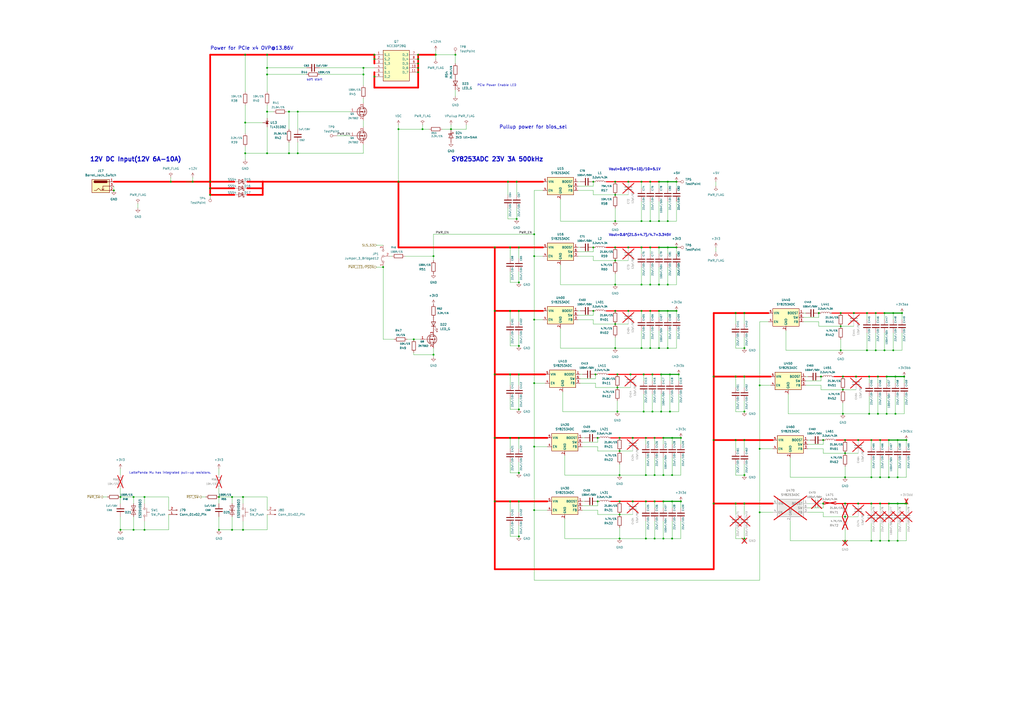
<source format=kicad_sch>
(kicad_sch (version 20231120) (generator "eeschema") (generator_version "8.0")
  (paper "A2")
  (title_block (title "nvme Carrier for LattePanda Mu") (date "2024-05-24") (rev "V1.0.6"))
  (lib_symbols
    (symbol "+3V3_1" (power) (pin_numbers hide) (pin_names (offset 0) hide)
      (property "Value" "+3V3" (at 0 3.556 0))
      (symbol "+3V3_1_1_1"
        (pin power_in line (at 0 0 90) (length 0) (name "~") (number "1"))
      )
    )
    (symbol "A_HDJ_Library:AON7262E"
      (property "Reference" "Q" (at 21.59 7.62 0))
      (property "Value" "AON7262E" (at 21.59 5.08 0))
      (symbol "AON7262E_1_1"
        (pin passive line (at 0 0 0) (length 5.08) (name "S_1") (number "1"))
        (pin passive line (at 25.4 -7.62 180) (length 5.08) (name "D_6") (number "10"))
        (pin passive line (at 25.4 -10.16 180) (length 5.08) (name "D_7") (number "11"))
        (pin passive line (at 0 -2.54 0) (length 5.08) (name "S_2") (number "2"))
        (pin passive line (at 0 -5.08 0) (length 5.08) (name "S_3") (number "3"))
        (pin passive line (at 0 -7.62 0) (length 5.08) (name "G") (number "4"))
        (pin passive line (at 0 -10.16 0) (length 5.08) (name "D_1") (number "5"))
        (pin passive line (at 0 -12.7 0) (length 5.08) (name "D_2") (number "6"))
        (pin passive line (at 25.4 0 180) (length 5.08) (name "D_3") (number "7"))
        (pin passive line (at 25.4 -2.54 180) (length 5.08) (name "D_4") (number "8"))
        (pin passive line (at 25.4 -5.08 180) (length 5.08) (name "D_5") (number "9"))
      )
    )
    (symbol "Connector:Barrel_Jack_Switch" (pin_names hide)
      (property "Reference" "J" (at 0 5.334 0))
      (property "Value" "Barrel_Jack_Switch" (at 0 -5.08 0))
      (symbol "Barrel_Jack_Switch_1_1"
        (pin passive line (at 7.62 2.54 180) (length 2.54) (name "~") (number "1"))
        (pin passive line (at 7.62 -2.54 180) (length 2.54) (name "~") (number "2"))
        (pin passive line (at 7.62 0 180) (length 2.54) (name "~") (number "3"))
      )
    )
    (symbol "Connector:Conn_01x02_Pin" (pin_names (offset 1.016) hide)
      (property "Reference" "J" (at 0 2.54 0))
      (property "Value" "Conn_01x02_Pin" (at 0 -5.08 0))
      (symbol "Conn_01x02_Pin_1_1"
        (pin passive line (at 5.08 0 180) (length 3.81) (name "Pin_1") (number "1"))
        (pin passive line (at 5.08 -2.54 180) (length 3.81) (name "Pin_2") (number "2"))
      )
    )
    (symbol "Connector:TestPoint" (pin_numbers hide) (pin_names (offset 0.762) hide)
      (property "Reference" "TP" (at 0 6.858 0))
      (property "Value" "TestPoint" (at 0 5.08 0))
      (symbol "TestPoint_1_1"
        (pin passive line (at 0 0 90) (length 2.54) (name "1") (number "1"))
      )
    )
    (symbol "Device:C" (pin_numbers hide) (pin_names (offset 0.254))
      (property "Reference" "C" (at 0.635 2.54 0))
      (property "Value" "C" (at 0.635 -2.54 0))
      (symbol "C_1_1"
        (pin passive line (at 0 3.81 270) (length 2.794) (name "~") (number "1"))
        (pin passive line (at 0 -3.81 90) (length 2.794) (name "~") (number "2"))
      )
    )
    (symbol "Device:D_Schottky" (pin_numbers hide) (pin_names (offset 1.016) hide)
      (property "Reference" "D" (at 0 2.54 0))
      (property "Value" "D_Schottky" (at 0 -2.54 0))
      (symbol "D_Schottky_1_1"
        (pin passive line (at -3.81 0 0) (length 2.54) (name "K") (number "1"))
        (pin passive line (at 3.81 0 180) (length 2.54) (name "A") (number "2"))
      )
    )
    (symbol "Device:L" (pin_numbers hide) (pin_names (offset 1.016) hide)
      (property "Reference" "L" (at -1.27 0 90))
      (property "Value" "L" (at 1.905 0 90))
      (symbol "L_1_1"
        (pin passive line (at 0 3.81 270) (length 1.27) (name "1") (number "1"))
        (pin passive line (at 0 -3.81 90) (length 1.27) (name "2") (number "2"))
      )
    )
    (symbol "Device:LED" (pin_numbers hide) (pin_names (offset 1.016) hide)
      (property "Reference" "D" (at 0 2.54 0))
      (property "Value" "LED" (at 0 -2.54 0))
      (symbol "LED_1_1"
        (pin passive line (at -3.81 0 0) (length 2.54) (name "K") (number "1"))
        (pin passive line (at 3.81 0 180) (length 2.54) (name "A") (number "2"))
      )
    )
    (symbol "Device:R" (pin_numbers hide) (pin_names (offset 0))
      (property "Reference" "R" (at 2.032 0 90))
      (property "Value" "R" (at 0 0 90))
      (symbol "R_1_1"
        (pin passive line (at 0 3.81 270) (length 1.27) (name "~") (number "1"))
        (pin passive line (at 0 -3.81 90) (length 1.27) (name "~") (number "2"))
      )
    )
    (symbol "Diode:ESD9B5.0ST5G" (pin_numbers hide) (pin_names (offset 1.016) hide)
      (property "Reference" "D" (at 0 2.54 0))
      (property "Value" "ESD9B5.0ST5G" (at 0 -2.54 0))
      (symbol "ESD9B5.0ST5G_1_1"
        (pin passive line (at -3.81 0 0) (length 2.54) (name "A1") (number "1"))
        (pin passive line (at 3.81 0 180) (length 2.54) (name "A2") (number "2"))
      )
    )
    (symbol "Jumper:Jumper_3_Bridged12" (pin_names (offset 0) hide)
      (property "Reference" "JP" (at -2.54 -2.54 0))
      (property "Value" "Jumper_3_Bridged12" (at 0 2.794 0))
      (symbol "Jumper_3_Bridged12_1_1"
        (pin passive line (at -6.35 0 0) (length 2.54) (name "A") (number "1"))
        (pin passive line (at 0 -3.81 90) (length 2.54) (name "C") (number "2"))
        (pin passive line (at 6.35 0 180) (length 2.54) (name "B") (number "3"))
      )
    )
    (symbol "Reference_Voltage:TL431DBZ" (pin_numbers hide) (pin_names hide)
      (property "Reference" "U" (at -2.54 2.54 0))
      (property "Value" "TL431DBZ" (at 0 -2.54 0))
      (symbol "TL431DBZ_1_1"
        (pin passive line (at 2.54 0 180) (length 2.54) (name "K") (number "1"))
        (pin passive line (at 0 2.54 270) (length 2.54) (name "REF") (number "2"))
        (pin passive line (at -2.54 0 0) (length 2.54) (name "A") (number "3"))
      )
    )
    (symbol "Regulator_Switching:LM2734X"
      (property "Reference" "U" (at -7.62 6.35 0))
      (property "Value" "LM2734X" (at 0 6.35 0))
      (symbol "LM2734X_0_1"
        (pin input line (at 10.16 2.54 180) (length 2.54) (name "BOOST") (number "1"))
      )
      (symbol "LM2734X_1_1"
        (pin power_in line (at 0 -7.62 90) (length 2.54) (name "GND") (number "2"))
        (pin input line (at 10.16 -2.54 180) (length 2.54) (name "FB") (number "3"))
        (pin input line (at -10.16 -2.54 0) (length 2.54) (name "EN") (number "4"))
        (pin power_in line (at -10.16 2.54 0) (length 2.54) (name "VIN") (number "5"))
        (pin output line (at 10.16 0 180) (length 2.54) (name "SW") (number "6"))
      )
    )
    (symbol "Switch:SW_Push" (pin_numbers hide) (pin_names (offset 1.016) hide)
      (property "Reference" "SW" (at 1.27 2.54 0))
      (property "Value" "SW_Push" (at 0 -1.524 0))
      (symbol "SW_Push_0_1"
        (pin passive line (at -5.08 0 0) (length 2.54) (name "1") (number "1"))
        (pin passive line (at 5.08 0 180) (length 2.54) (name "2") (number "2"))
      )
    )
    (symbol "Transistor_FET:2N7002" (pin_names hide)
      (property "Reference" "Q" (at 5.08 1.905 0))
      (property "Value" "2N7002" (at 5.08 0 0))
      (symbol "2N7002_1_1"
        (pin input line (at -5.08 0 0) (length 2.54) (name "G") (number "1"))
        (pin passive line (at 2.54 -5.08 90) (length 2.54) (name "S") (number "2"))
        (pin passive line (at 2.54 5.08 270) (length 2.54) (name "D") (number "3"))
      )
    )
    (symbol "power:+12V" (power) (pin_numbers hide) (pin_names (offset 0) hide)
      (property "Value" "+12V" (at 0 3.556 0))
      (symbol "+12V_1_1"
        (pin power_in line (at 0 0 90) (length 0) (name "~") (number "1"))
      )
    )
    (symbol "power:+12VA" (power) (pin_numbers hide) (pin_names (offset 0) hide)
      (property "Value" "+12VA" (at 0 3.556 0))
      (symbol "+12VA_1_1"
        (pin power_in line (at 0 0 90) (length 0) (name "~") (number "1"))
      )
    )
    (symbol "power:+3V3" (power) (pin_numbers hide) (pin_names (offset 0) hide)
      (property "Value" "+3V3" (at 0 3.556 0))
      (symbol "+3V3_1_1"
        (pin power_in line (at 0 0 90) (length 0) (name "~") (number "1"))
      )
    )
    (symbol "power:+5V" (power) (pin_numbers hide) (pin_names (offset 0) hide)
      (property "Value" "+5V" (at 0 3.556 0))
      (symbol "+5V_1_1"
        (pin power_in line (at 0 0 90) (length 0) (name "~") (number "1"))
      )
    )
    (symbol "power:GND" (power) (pin_numbers hide) (pin_names (offset 0) hide)
      (property "Value" "GND" (at 0 -3.81 0))
      (symbol "GND_1_1"
        (pin power_in line (at 0 0 270) (length 0) (name "~") (number "1"))
      )
    )
    (symbol "power:PWR_FLAG" (power) (pin_numbers hide) (pin_names (offset 0) hide)
      (property "Value" "PWR_FLAG" (at 0 3.81 0))
      (symbol "PWR_FLAG_0_0"
        (pin power_out line (at 0 0 90) (length 0) (name "~") (number "1"))
      )
    )
    (symbol "power:VDC" (power) (pin_numbers hide) (pin_names (offset 0) hide)
      (property "Value" "VDC" (at 0 3.556 0))
      (symbol "VDC_1_1"
        (pin power_in line (at 0 0 90) (length 0) (name "~") (number "1"))
      )
    )
  )
  (junction (at 510.54 292.1))
  (junction (at 359.41 312.42))
  (junction (at 524.51 218.44))
  (junction (at 172.72 88.9))
  (junction (at 490.22 255.27))
  (junction (at 389.89 312.42))
  (junction (at 384.81 290.83))
  (junction (at 518.16 181.61))
  (junction (at 431.8 218.44))
  (junction (at 497.84 292.1))
  (junction (at 83.82 307.34))
  (junction (at 474.98 181.61))
  (junction (at 251.46 205.74))
  (junction (at 490.22 276.86))
  (junction (at 426.72 218.44))
  (junction (at 383.54 217.17))
  (junction (at 356.87 187.96))
  (junction (at 372.11 165.1))
  (junction (at 99.06 105.41))
  (junction (at 172.72 64.77))
  (junction (at 394.97 254))
  (junction (at 154.94 43.18))
  (junction (at 356.87 201.93))
  (junction (at 515.62 255.27))
  (junction (at 134.62 288.29))
  (junction (at 287.02 254))
  (junction (at 365.76 217.17))
  (junction (at 515.62 292.1))
  (junction (at 222.25 154.94))
  (junction (at 242.57 41.91))
  (junction (at 377.19 105.41))
  (junction (at 387.35 143.51))
  (junction (at 359.41 261.62))
  (junction (at 431.8 292.1))
  (junction (at 140.97 307.34))
  (junction (at 300.99 180.34))
  (junction (at 513.08 181.61))
  (junction (at 356.87 180.34))
  (junction (at 264.16 31.75))
  (junction (at 477.52 292.1))
  (junction (at 300.99 200.66))
  (junction (at 477.52 255.27))
  (junction (at 358.14 238.76))
  (junction (at 364.49 143.51))
  (junction (at 520.7 292.1))
  (junction (at 359.41 254))
  (junction (at 520.7 313.69))
  (junction (at 300.99 311.15))
  (junction (at 372.11 180.34))
  (junction (at 77.47 288.29))
  (junction (at 356.87 113.03))
  (junction (at 431.8 201.93))
  (junction (at 505.46 292.1))
  (junction (at 387.35 128.27))
  (junction (at 488.95 218.44))
  (junction (at 414.02 255.27))
  (junction (at 387.35 105.41))
  (junction (at 210.82 43.18))
  (junction (at 217.17 44.45))
  (junction (at 414.02 292.1))
  (junction (at 509.27 218.44))
  (junction (at 69.85 307.34))
  (junction (at 431.8 312.42))
  (junction (at 510.54 255.27))
  (junction (at 364.49 105.41))
  (junction (at 504.19 218.44))
  (junction (at 245.11 74.93))
  (junction (at 346.71 290.83))
  (junction (at 356.87 165.1))
  (junction (at 518.16 203.2))
  (junction (at 394.97 290.83))
  (junction (at 142.24 71.12))
  (junction (at 121.92 109.22))
  (junction (at 414.02 218.44))
  (junction (at 287.02 180.34))
  (junction (at 525.78 292.1))
  (junction (at 513.08 203.2))
  (junction (at 476.25 218.44))
  (junction (at 240.03 196.85))
  (junction (at 382.27 165.1))
  (junction (at 300.99 290.83))
  (junction (at 300.99 217.17))
  (junction (at 440.69 260.35))
  (junction (at 300.99 254))
  (junction (at 387.35 201.93))
  (junction (at 373.38 217.17))
  (junction (at 364.49 180.34))
  (junction (at 392.43 143.51))
  (junction (at 490.22 262.89))
  (junction (at 299.72 127))
  (junction (at 440.69 223.52))
  (junction (at 372.11 143.51))
  (junction (at 372.11 201.93))
  (junction (at 431.8 255.27))
  (junction (at 154.94 39.37))
  (junction (at 510.54 276.86))
  (junction (at 344.17 143.51))
  (junction (at 121.92 105.41))
  (junction (at 379.73 290.83))
  (junction (at 359.41 298.45))
  (junction (at 508 203.2))
  (junction (at 251.46 148.59))
  (junction (at 373.38 238.76))
  (junction (at 378.46 238.76))
  (junction (at 505.46 276.86))
  (junction (at 152.4 105.41) (color 255 0 0 1))
  (junction (at 242.57 31.75))
  (junction (at 83.82 288.29))
  (junction (at 426.72 181.61))
  (junction (at 294.64 105.41))
  (junction (at 231.14 74.93))
  (junction (at 367.03 254))
  (junction (at 382.27 105.41))
  (junction (at 382.27 180.34))
  (junction (at 497.84 255.27))
  (junction (at 359.41 275.59))
  (junction (at 300.99 143.51))
  (junction (at 520.7 276.86))
  (junction (at 356.87 151.13))
  (junction (at 154.94 64.77))
  (junction (at 490.22 299.72))
  (junction (at 346.71 254))
  (junction (at 514.35 240.03))
  (junction (at 77.47 307.34))
  (junction (at 393.7 217.17))
  (junction (at 515.62 276.86))
  (junction (at 295.91 254))
  (junction (at 523.24 181.61))
  (junction (at 440.69 297.18))
  (junction (at 509.27 240.03))
  (junction (at 358.14 224.79))
  (junction (at 520.7 255.27))
  (junction (at 505.46 313.69))
  (junction (at 514.35 218.44))
  (junction (at 111.76 105.41))
  (junction (at 377.19 128.27))
  (junction (at 309.88 148.59))
  (junction (at 140.97 288.29))
  (junction (at 488.95 240.03))
  (junction (at 374.65 312.42))
  (junction (at 300.99 237.49))
  (junction (at 69.85 288.29))
  (junction (at 382.27 128.27))
  (junction (at 309.88 185.42))
  (junction (at 384.81 254))
  (junction (at 295.91 143.51))
  (junction (at 287.02 290.83))
  (junction (at 515.62 313.69))
  (junction (at 142.24 88.9))
  (junction (at 383.54 238.76))
  (junction (at 142.24 31.75))
  (junction (at 367.03 290.83))
  (junction (at 519.43 240.03))
  (junction (at 382.27 143.51))
  (junction (at 309.88 135.89))
  (junction (at 299.72 105.41))
  (junction (at 300.99 274.32))
  (junction (at 388.62 238.76))
  (junction (at 127 307.34))
  (junction (at 431.8 275.59))
  (junction (at 344.17 180.34))
  (junction (at 387.35 180.34))
  (junction (at 384.81 275.59))
  (junction (at 374.65 290.83))
  (junction (at 309.88 222.25))
  (junction (at 121.92 113.03))
  (junction (at 66.04 110.49))
  (junction (at 242.57 34.29))
  (junction (at 382.27 201.93))
  (junction (at 309.88 259.08))
  (junction (at 392.43 180.34))
  (junction (at 389.89 275.59))
  (junction (at 508 181.61))
  (junction (at 388.62 217.17))
  (junction (at 379.73 312.42))
  (junction (at 389.89 290.83))
  (junction (at 372.11 105.41))
  (junction (at 231.14 105.41))
  (junction (at 487.68 189.23))
  (junction (at 426.72 255.27))
  (junction (at 295.91 180.34))
  (junction (at 431.8 181.61))
  (junction (at 384.81 312.42))
  (junction (at 426.72 292.1))
  (junction (at 356.87 143.51))
  (junction (at 295.91 217.17))
  (junction (at 519.43 218.44))
  (junction (at 344.17 105.41))
  (junction (at 152.4 109.22) (color 255 0 0 1))
  (junction (at 345.44 217.17))
  (junction (at 261.62 74.93))
  (junction (at 217.17 34.29))
  (junction (at 295.91 290.83))
  (junction (at 287.02 217.17))
  (junction (at 379.73 275.59))
  (junction (at 377.19 201.93))
  (junction (at 488.95 226.06))
  (junction (at 359.41 290.83))
  (junction (at 287.02 143.51))
  (junction (at 372.11 128.27))
  (junction (at 496.57 218.44))
  (junction (at 217.17 31.75))
  (junction (at 167.64 88.9))
  (junction (at 392.43 105.41))
  (junction (at 154.94 88.9))
  (junction (at 134.62 307.34))
  (junction (at 379.73 254))
  (junction (at 210.82 39.37))
  (junction (at 490.22 313.69))
  (junction (at 504.19 240.03))
  (junction (at 510.54 313.69))
  (junction (at 242.57 39.37))
  (junction (at 377.19 165.1))
  (junction (at 431.8 238.76))
  (junction (at 374.65 275.59))
  (junction (at 309.88 295.91))
  (junction (at 127 288.29))
  (junction (at 252.73 31.75))
  (junction (at 377.19 143.51))
  (junction (at 505.46 255.27))
  (junction (at 525.78 255.27))
  (junction (at 495.3 181.61))
  (junction (at 167.64 64.77))
  (junction (at 377.19 180.34))
  (junction (at 300.99 163.83))
  (junction (at 154.94 31.75))
  (junction (at 487.68 181.61))
  (junction (at 356.87 128.27))
  (junction (at 389.89 254))
  (junction (at 387.35 165.1))
  (junction (at 356.87 105.41))
  (junction (at 374.65 254))
  (junction (at 490.22 292.1))
  (junction (at 358.14 217.17))
  (junction (at 487.68 203.2))
  (junction (at 242.57 36.83))
  (junction (at 378.46 217.17))
  (junction (at 502.92 203.2))
  (junction (at 502.92 181.61))
  (wire (pts (xy 387.35 184.15) (xy 387.35 180.34)))
  (wire (pts (xy 392.43 128.27) (xy 387.35 128.27)))
  (wire (pts (xy 346.71 293.37) (xy 346.71 290.83)))
  (wire (pts (xy 519.43 218.44) (xy 514.35 218.44)))
  (wire (pts (xy 172.72 64.77) (xy 203.2 64.77)))
  (wire (pts (xy 97.79 288.29) (xy 83.82 288.29)))
  (wire (pts (xy 431.8 238.76) (xy 431.8 232.41)))
  (wire (pts (xy 77.47 288.29) (xy 69.85 288.29)))
  (wire (pts (xy 358.14 232.41) (xy 358.14 238.76)))
  (wire (pts (xy 383.54 228.6) (xy 383.54 238.76)))
  (wire (pts (xy 476.25 223.52) (xy 476.25 226.06)))
  (wire (pts (xy 218.44 154.94) (xy 222.25 154.94)))
  (wire (pts (xy 415.29 143.51) (xy 415.29 146.05)))
  (wire (pts (xy 477.52 294.64) (xy 477.52 292.1)))
  (wire (pts (xy 251.46 205.74) (xy 251.46 207.01)))
  (wire (pts (xy 142.24 88.9) (xy 154.94 88.9)))
  (wire (pts (xy 384.81 294.64) (xy 384.81 290.83)))
  (wire (pts (xy 111.76 102.87) (xy 111.76 105.41)))
  (wire (pts (xy 111.76 105.41) (xy 121.92 105.41)) (stroke (width 1) (color 255 0 0 1)))
  (wire (pts (xy 167.64 88.9) (xy 172.72 88.9)))
  (wire (pts (xy 154.94 39.37) (xy 154.94 43.18)))
  (wire (pts (xy 518.16 181.61) (xy 513.08 181.61)) (stroke (width 0.6)))
  (wire (pts (xy 295.91 163.83) (xy 295.91 157.48)))
  (wire (pts (xy 389.89 312.42) (xy 384.81 312.42)))
  (wire (pts (xy 378.46 217.17) (xy 378.46 220.98)))
  (wire (pts (xy 426.72 238.76) (xy 431.8 238.76)))
  (wire (pts (xy 252.73 29.21) (xy 252.73 31.75)))
  (wire (pts (xy 426.72 275.59) (xy 431.8 275.59)))
  (wire (pts (xy 245.11 74.93) (xy 248.92 74.93)))
  (wire (pts (xy 351.79 180.34) (xy 356.87 180.34)) (stroke (width 0.6) (color 255 0 0 1)))
  (wire (pts (xy 490.22 276.86) (xy 505.46 276.86)))
  (wire (pts (xy 356.87 143.51) (xy 364.49 143.51)) (stroke (width 0.6) (color 255 0 0 1)))
  (wire (pts (xy 519.43 240.03) (xy 514.35 240.03)))
  (wire (pts (xy 359.41 269.24) (xy 359.41 275.59)))
  (wire (pts (xy 394.97 265.43) (xy 394.97 275.59)))
  (wire (pts (xy 426.72 312.42) (xy 431.8 312.42)))
  (wire (pts (xy 510.54 303.53) (xy 510.54 313.69)))
  (wire (pts (xy 356.87 158.75) (xy 356.87 165.1)))
  (wire (pts (xy 300.99 163.83) (xy 300.99 157.48)))
  (wire (pts (xy 393.7 220.98) (xy 393.7 217.17)))
  (wire (pts (xy 167.64 64.77) (xy 166.37 64.77)))
  (wire (pts (xy 426.72 298.45) (xy 426.72 292.1)))
  (wire (pts (xy 373.38 217.17) (xy 373.38 220.98)))
  (wire (pts (xy 356.87 128.27) (xy 372.11 128.27)))
  (wire (pts (xy 295.91 217.17) (xy 300.99 217.17)) (stroke (width 1) (color 255 0 0 1)))
  (wire (pts (xy 287.02 180.34) (xy 295.91 180.34)) (stroke (width 1) (color 255 0 0 1)))
  (wire (pts (xy 477.52 299.72) (xy 490.22 299.72)))
  (wire (pts (xy 426.72 201.93) (xy 426.72 195.58)))
  (wire (pts (xy 154.94 73.66) (xy 154.94 88.9)))
  (wire (pts (xy 431.8 275.59) (xy 431.8 269.24)))
  (wire (pts (xy 431.8 201.93) (xy 431.8 195.58)))
  (wire (pts (xy 99.06 105.41) (xy 111.76 105.41)) (stroke (width 1) (color 255 0 0 1)))
  (wire (pts (xy 256.54 74.93) (xy 261.62 74.93)))
  (wire (pts (xy 154.94 39.37) (xy 154.94 31.75)))
  (wire (pts (xy 523.24 181.61) (xy 518.16 181.61)) (stroke (width 0.6)))
  (wire (pts (xy 488.95 233.68) (xy 488.95 240.03)))
  (wire (pts (xy 440.69 297.18) (xy 440.69 336.55)))
  (wire (pts (xy 294.64 105.41) (xy 299.72 105.41)) (stroke (width 1) (color 255 0 0 1)))
  (wire (pts (xy 300.99 217.17) (xy 316.23 217.17)) (stroke (width 1) (color 255 0 0 1)))
  (wire (pts (xy 287.02 217.17) (xy 295.91 217.17)) (stroke (width 1) (color 255 0 0 1)))
  (wire (pts (xy 325.12 165.1) (xy 356.87 165.1)))
  (wire (pts (xy 217.17 31.75) (xy 217.17 34.29)) (stroke (width 1) (color 255 0 0 1)))
  (wire (pts (xy 455.93 191.77) (xy 455.93 203.2)))
  (wire (pts (xy 392.43 154.94) (xy 392.43 165.1)))
  (wire (pts (xy 487.68 196.85) (xy 487.68 203.2)))
  (wire (pts (xy 508 181.61) (xy 502.92 181.61)) (stroke (width 0.6) (color 255 0 0 1)))
  (wire (pts (xy 426.72 292.1) (xy 431.8 292.1)) (stroke (width 1) (color 255 0 0 1)))
  (wire (pts (xy 142.24 77.47) (xy 142.24 71.12)))
  (wire (pts (xy 240.03 196.85) (xy 243.84 196.85)))
  (wire (pts (xy 382.27 143.51) (xy 377.19 143.51)) (stroke (width 0.6) (color 255 0 0 1)))
  (wire (pts (xy 356.87 195.58) (xy 356.87 201.93)))
  (wire (pts (xy 393.7 228.6) (xy 393.7 238.76)))
  (wire (pts (xy 389.89 294.64) (xy 389.89 290.83)))
  (wire (pts (xy 337.82 254) (xy 339.09 254)))
  (wire (pts (xy 252.73 31.75) (xy 264.16 31.75)))
  (wire (pts (xy 222.25 154.94) (xy 222.25 196.85)))
  (wire (pts (xy 426.72 201.93) (xy 431.8 201.93)))
  (wire (pts (xy 251.46 135.89) (xy 309.88 135.89)))
  (wire (pts (xy 210.82 57.15) (xy 210.82 59.69)))
  (wire (pts (xy 394.97 312.42) (xy 389.89 312.42)))
  (wire (pts (xy 154.94 64.77) (xy 158.75 64.77)))
  (wire (pts (xy 242.57 39.37) (xy 242.57 41.91)) (stroke (width 1) (color 255 0 0 1)))
  (wire (pts (xy 394.97 290.83) (xy 389.89 290.83)) (stroke (width 0.6)))
  (wire (pts (xy 482.6 181.61) (xy 487.68 181.61)) (stroke (width 0.6) (color 255 0 0 1)))
  (wire (pts (xy 374.65 290.83) (xy 367.03 290.83)) (stroke (width 0.6) (color 255 0 0 1)))
  (wire (pts (xy 359.41 290.83) (xy 367.03 290.83)) (stroke (width 0.6) (color 255 0 0 1)))
  (wire (pts (xy 515.62 276.86) (xy 510.54 276.86)))
  (wire (pts (xy 356.87 105.41) (xy 364.49 105.41)) (stroke (width 0.6) (color 255 0 0 1)))
  (wire (pts (xy 525.78 255.27) (xy 520.7 255.27)) (stroke (width 0.6)))
  (wire (pts (xy 121.92 113.03) (xy 121.92 109.22)) (stroke (width 1) (color 255 0 0 1)))
  (wire (pts (xy 327.66 275.59) (xy 359.41 275.59)))
  (wire (pts (xy 356.87 187.96) (xy 364.49 187.96)))
  (wire (pts (xy 379.73 290.83) (xy 374.65 290.83)) (stroke (width 0.6) (color 255 0 0 1)))
  (wire (pts (xy 326.39 227.33) (xy 326.39 238.76)))
  (wire (pts (xy 426.72 181.61) (xy 431.8 181.61)) (stroke (width 1) (color 255 0 0 1)))
  (wire (pts (xy 477.52 262.89) (xy 490.22 262.89)))
  (wire (pts (xy 356.87 113.03) (xy 364.49 113.03)))
  (wire (pts (xy 431.8 312.42) (xy 431.8 306.07)))
  (wire (pts (xy 140.97 292.1) (xy 140.97 288.29)))
  (wire (pts (xy 325.12 128.27) (xy 356.87 128.27)))
  (wire (pts (xy 154.94 295.91) (xy 154.94 288.29)))
  (wire (pts (xy 488.95 218.44) (xy 496.57 218.44)) (stroke (width 0.6) (color 255 0 0 1)))
  (wire (pts (xy 127 299.72) (xy 127 307.34)))
  (wire (pts (xy 431.8 292.1) (xy 448.31 292.1)) (stroke (width 1) (color 255 0 0 1)))
  (wire (pts (xy 394.97 254) (xy 389.89 254)))
  (wire (pts (xy 167.64 64.77) (xy 172.72 64.77)))
  (wire (pts (xy 509.27 218.44) (xy 504.19 218.44)) (stroke (width 0.6) (color 255 0 0 1)))
  (wire (pts (xy 261.62 72.39) (xy 261.62 74.93)))
  (wire (pts (xy 392.43 165.1) (xy 387.35 165.1)))
  (wire (pts (xy 373.38 217.17) (xy 365.76 217.17)) (stroke (width 0.6) (color 255 0 0 1)))
  (wire (pts (xy 508 193.04) (xy 508 203.2)))
  (wire (pts (xy 520.7 255.27) (xy 515.62 255.27)) (stroke (width 0.6)))
  (wire (pts (xy 514.35 240.03) (xy 509.27 240.03)))
  (wire (pts (xy 504.19 218.44) (xy 496.57 218.44)) (stroke (width 0.6) (color 255 0 0 1)))
  (wire (pts (xy 299.72 105.41) (xy 314.96 105.41)) (stroke (width 1) (color 255 0 0 1)))
  (wire (pts (xy 356.87 120.65) (xy 356.87 128.27)))
  (wire (pts (xy 374.65 302.26) (xy 374.65 312.42)))
  (wire (pts (xy 383.54 217.17) (xy 378.46 217.17)) (stroke (width 0.6) (color 255 0 0 1)))
  (wire (pts (xy 485.14 292.1) (xy 490.22 292.1)) (stroke (width 0.6) (color 255 0 0 1)))
  (wire (pts (xy 510.54 255.27) (xy 510.54 259.08)))
  (wire (pts (xy 236.22 196.85) (xy 240.03 196.85)))
  (wire (pts (xy 387.35 147.32) (xy 387.35 143.51)))
  (wire (pts (xy 518.16 185.42) (xy 518.16 181.61)))
  (wire (pts (xy 387.35 105.41) (xy 382.27 105.41)) (stroke (width 0.6)))
  (wire (pts (xy 335.28 143.51) (xy 336.55 143.51)))
  (wire (pts (xy 295.91 200.66) (xy 295.91 194.31)))
  (wire (pts (xy 476.25 220.98) (xy 476.25 218.44)))
  (wire (pts (xy 525.78 303.53) (xy 525.78 313.69)))
  (wire (pts (xy 135.89 109.22) (xy 121.92 109.22)) (stroke (width 1) (color 255 0 0 1)))
  (wire (pts (xy 379.73 254) (xy 379.73 257.81)))
  (wire (pts (xy 300.99 200.66) (xy 300.99 194.31)))
  (wire (pts (xy 356.87 180.34) (xy 364.49 180.34)) (stroke (width 0.6) (color 255 0 0 1)))
  (wire (pts (xy 374.65 312.42) (xy 379.73 312.42)))
  (wire (pts (xy 477.52 297.18) (xy 477.52 299.72)))
  (wire (pts (xy 309.88 110.49) (xy 309.88 135.89)))
  (wire (pts (xy 234.95 148.59) (xy 251.46 148.59)))
  (wire (pts (xy 440.69 260.35) (xy 440.69 297.18)))
  (wire (pts (xy 372.11 180.34) (xy 364.49 180.34)) (stroke (width 0.6) (color 255 0 0 1)))
  (wire (pts (xy 377.19 143.51) (xy 377.19 147.32)))
  (wire (pts (xy 387.35 201.93) (xy 382.27 201.93)))
  (wire (pts (xy 379.73 265.43) (xy 379.73 275.59)))
  (wire (pts (xy 154.94 64.77) (xy 154.94 68.58)))
  (wire (pts (xy 515.62 259.08) (xy 515.62 255.27)))
  (wire (pts (xy 309.88 222.25) (xy 309.88 259.08)))
  (wire (pts (xy 295.91 200.66) (xy 300.99 200.66)))
  (wire (pts (xy 440.69 260.35) (xy 448.31 260.35)))
  (wire (pts (xy 337.82 259.08) (xy 346.71 259.08)))
  (wire (pts (xy 152.4 105.41) (xy 152.4 109.22)) (stroke (width 1) (color 255 0 0 1)))
  (wire (pts (xy 287.02 143.51) (xy 295.91 143.51)) (stroke (width 1) (color 255 0 0 1)))
  (wire (pts (xy 466.09 186.69) (xy 474.98 186.69)))
  (wire (pts (xy 354.33 290.83) (xy 359.41 290.83)) (stroke (width 0.6) (color 255 0 0 1)))
  (wire (pts (xy 414.02 218.44) (xy 426.72 218.44)) (stroke (width 1) (color 255 0 0 1)))
  (wire (pts (xy 231.14 143.51) (xy 287.02 143.51)) (stroke (width 1) (color 255 0 0 1)))
  (wire (pts (xy 372.11 180.34) (xy 372.11 184.15)))
  (wire (pts (xy 351.79 143.51) (xy 356.87 143.51)) (stroke (width 0.6) (color 255 0 0 1)))
  (wire (pts (xy 467.36 218.44) (xy 468.63 218.44)))
  (wire (pts (xy 520.7 266.7) (xy 520.7 276.86)))
  (wire (pts (xy 354.33 254) (xy 359.41 254)) (stroke (width 0.6) (color 255 0 0 1)))
  (wire (pts (xy 242.57 31.75) (xy 252.73 31.75)) (stroke (width 1) (color 255 0 0 1)))
  (wire (pts (xy 143.51 113.03) (xy 152.4 113.03)) (stroke (width 1) (color 255 0 0 1)))
  (wire (pts (xy 251.46 148.59) (xy 251.46 151.13)))
  (wire (pts (xy 337.82 295.91) (xy 346.71 295.91)))
  (wire (pts (xy 505.46 276.86) (xy 510.54 276.86)))
  (wire (pts (xy 520.7 255.27) (xy 515.62 255.27)))
  (wire (pts (xy 509.27 229.87) (xy 509.27 240.03)))
  (wire (pts (xy 431.8 261.62) (xy 431.8 255.27)))
  (wire (pts (xy 99.06 102.87) (xy 99.06 105.41)))
  (wire (pts (xy 295.91 180.34) (xy 300.99 180.34)) (stroke (width 1) (color 255 0 0 1)))
  (wire (pts (xy 378.46 228.6) (xy 378.46 238.76)))
  (wire (pts (xy 335.28 107.95) (xy 344.17 107.95)))
  (wire (pts (xy 240.03 204.47) (xy 240.03 205.74)))
  (wire (pts (xy 345.44 222.25) (xy 345.44 224.79)))
  (wire (pts (xy 372.11 143.51) (xy 372.11 147.32)))
  (wire (pts (xy 287.02 290.83) (xy 287.02 330.2)) (stroke (width 1) (color 255 0 0 1)))
  (wire (pts (xy 135.89 113.03) (xy 121.92 113.03)) (stroke (width 1) (color 255 0 0 1)))
  (wire (pts (xy 69.85 271.78) (xy 69.85 275.59)))
  (wire (pts (xy 523.24 193.04) (xy 523.24 203.2)))
  (wire (pts (xy 483.87 218.44) (xy 488.95 218.44)) (stroke (width 0.6) (color 255 0 0 1)))
  (wire (pts (xy 474.98 186.69) (xy 474.98 189.23)))
  (wire (pts (xy 426.72 224.79) (xy 426.72 218.44)))
  (wire (pts (xy 372.11 116.84) (xy 372.11 128.27)))
  (wire (pts (xy 392.43 143.51) (xy 387.35 143.51)) (stroke (width 0.6)))
  (wire (pts (xy 440.69 186.69) (xy 440.69 223.52)))
  (wire (pts (xy 431.8 298.45) (xy 431.8 292.1)))
  (wire (pts (xy 515.62 295.91) (xy 515.62 292.1)))
  (wire (pts (xy 414.02 292.1) (xy 414.02 330.2)) (stroke (width 1) (color 255 0 0 1)))
  (wire (pts (xy 252.73 31.75) (xy 252.73 34.29)))
  (wire (pts (xy 389.89 257.81) (xy 389.89 254)))
  (wire (pts (xy 327.66 264.16) (xy 327.66 275.59)))
  (wire (pts (xy 525.78 259.08) (xy 525.78 255.27)))
  (wire (pts (xy 477.52 257.81) (xy 477.52 255.27)))
  (wire (pts (xy 373.38 238.76) (xy 378.46 238.76)))
  (wire (pts (xy 372.11 165.1) (xy 377.19 165.1)))
  (wire (pts (xy 382.27 165.1) (xy 377.19 165.1)))
  (wire (pts (xy 344.17 187.96) (xy 356.87 187.96)))
  (wire (pts (xy 520.7 292.1) (xy 515.62 292.1)) (stroke (width 0.6)))
  (wire (pts (xy 195.58 78.74) (xy 203.2 78.74)))
  (wire (pts (xy 378.46 217.17) (xy 373.38 217.17)) (stroke (width 0.6) (color 255 0 0 1)))
  (wire (pts (xy 485.14 255.27) (xy 490.22 255.27)) (stroke (width 0.6) (color 255 0 0 1)))
  (wire (pts (xy 142.24 31.75) (xy 142.24 53.34)))
  (wire (pts (xy 142.24 60.96) (xy 142.24 71.12)))
  (wire (pts (xy 414.02 218.44) (xy 414.02 255.27)) (stroke (width 1) (color 255 0 0 1)))
  (wire (pts (xy 287.02 143.51) (xy 287.02 180.34)) (stroke (width 1) (color 255 0 0 1)))
  (wire (pts (xy 154.94 288.29) (xy 140.97 288.29)))
  (wire (pts (xy 83.82 307.34) (xy 77.47 307.34)))
  (wire (pts (xy 426.72 312.42) (xy 426.72 306.07)))
  (wire (pts (xy 240.03 205.74) (xy 251.46 205.74)))
  (wire (pts (xy 309.88 295.91) (xy 309.88 336.55)))
  (wire (pts (xy 344.17 148.59) (xy 344.17 151.13)))
  (wire (pts (xy 382.27 180.34) (xy 377.19 180.34)) (stroke (width 0.6) (color 255 0 0 1)))
  (wire (pts (xy 295.91 274.32) (xy 300.99 274.32)))
  (wire (pts (xy 242.57 34.29) (xy 242.57 36.83)) (stroke (width 1) (color 255 0 0 1)))
  (wire (pts (xy 490.22 307.34) (xy 490.22 313.69)))
  (wire (pts (xy 77.47 299.72) (xy 77.47 307.34)))
  (wire (pts (xy 415.29 105.41) (xy 415.29 107.95)))
  (wire (pts (xy 377.19 105.41) (xy 372.11 105.41)) (stroke (width 0.6) (color 255 0 0 1)))
  (wire (pts (xy 384.81 257.81) (xy 384.81 254)))
  (wire (pts (xy 344.17 185.42) (xy 344.17 187.96)))
  (wire (pts (xy 309.88 259.08) (xy 317.5 259.08)))
  (wire (pts (xy 384.81 302.26) (xy 384.81 312.42)))
  (wire (pts (xy 490.22 292.1) (xy 497.84 292.1)) (stroke (width 0.6) (color 255 0 0 1)))
  (wire (pts (xy 394.97 257.81) (xy 394.97 254)))
  (wire (pts (xy 389.89 275.59) (xy 384.81 275.59)))
  (wire (pts (xy 337.82 256.54) (xy 346.71 256.54)))
  (wire (pts (xy 231.14 105.41) (xy 294.64 105.41)) (stroke (width 1) (color 255 0 0 1)))
  (wire (pts (xy 387.35 128.27) (xy 382.27 128.27)))
  (wire (pts (xy 458.47 313.69) (xy 490.22 313.69)))
  (wire (pts (xy 351.79 105.41) (xy 356.87 105.41)) (stroke (width 0.6) (color 255 0 0 1)))
  (wire (pts (xy 515.62 313.69) (xy 510.54 313.69)))
  (wire (pts (xy 389.89 254) (xy 384.81 254)) (stroke (width 0.6)))
  (wire (pts (xy 140.97 288.29) (xy 134.62 288.29)))
  (wire (pts (xy 387.35 143.51) (xy 382.27 143.51)) (stroke (width 0.6)))
  (wire (pts (xy 468.63 260.35) (xy 477.52 260.35)))
  (wire (pts (xy 345.44 219.71) (xy 345.44 217.17)))
  (wire (pts (xy 167.64 74.93) (xy 167.64 64.77)))
  (wire (pts (xy 520.7 259.08) (xy 520.7 255.27)))
  (wire (pts (xy 374.65 254) (xy 367.03 254)) (stroke (width 0.6) (color 255 0 0 1)))
  (wire (pts (xy 468.63 297.18) (xy 477.52 297.18)))
  (wire (pts (xy 295.91 297.18) (xy 295.91 290.83)))
  (wire (pts (xy 389.89 254) (xy 384.81 254)))
  (wire (pts (xy 513.08 193.04) (xy 513.08 203.2)))
  (wire (pts (xy 392.43 147.32) (xy 392.43 143.51)))
  (wire (pts (xy 294.64 120.65) (xy 294.64 127)))
  (wire (pts (xy 387.35 180.34) (xy 382.27 180.34)) (stroke (width 0.6)))
  (wire (pts (xy 520.7 292.1) (xy 515.62 292.1)))
  (wire (pts (xy 217.17 44.45) (xy 217.17 41.91)) (stroke (width 1) (color 255 0 0 1)))
  (wire (pts (xy 83.82 292.1) (xy 83.82 288.29)))
  (wire (pts (xy 414.02 255.27) (xy 414.02 292.1)) (stroke (width 1) (color 255 0 0 1)))
  (wire (pts (xy 377.19 105.41) (xy 377.19 109.22)))
  (wire (pts (xy 335.28 148.59) (xy 344.17 148.59)))
  (wire (pts (xy 426.72 218.44) (xy 431.8 218.44)) (stroke (width 1) (color 255 0 0 1)))
  (wire (pts (xy 295.91 260.35) (xy 295.91 254)))
  (wire (pts (xy 154.94 43.18) (xy 177.8 43.18)))
  (wire (pts (xy 388.62 238.76) (xy 383.54 238.76)))
  (wire (pts (xy 377.19 180.34) (xy 377.19 184.15)))
  (wire (pts (xy 231.14 72.39) (xy 231.14 74.93)))
  (wire (pts (xy 490.22 270.51) (xy 490.22 276.86)))
  (wire (pts (xy 210.82 39.37) (xy 210.82 43.18)))
  (wire (pts (xy 121.92 31.75) (xy 121.92 105.41)) (stroke (width 1) (color 255 0 0 1)))
  (wire (pts (xy 264.16 52.07) (xy 264.16 55.88)))
  (wire (pts (xy 502.92 181.61) (xy 495.3 181.61)) (stroke (width 0.6) (color 255 0 0 1)))
  (wire (pts (xy 457.2 228.6) (xy 457.2 240.03)))
  (wire (pts (xy 523.24 185.42) (xy 523.24 181.61)))
  (wire (pts (xy 327.66 300.99) (xy 327.66 312.42)))
  (wire (pts (xy 504.19 229.87) (xy 504.19 240.03)))
  (wire (pts (xy 505.46 313.69) (xy 510.54 313.69)))
  (wire (pts (xy 393.7 217.17) (xy 388.62 217.17)) (stroke (width 0.6)))
  (wire (pts (xy 210.82 39.37) (xy 217.17 39.37)))
  (wire (pts (xy 121.92 109.22) (xy 121.92 105.41)) (stroke (width 1) (color 255 0 0 1)))
  (wire (pts (xy 134.62 288.29) (xy 127 288.29)))
  (wire (pts (xy 510.54 266.7) (xy 510.54 276.86)))
  (wire (pts (xy 222.25 196.85) (xy 228.6 196.85)))
  (wire (pts (xy 336.55 219.71) (xy 345.44 219.71)))
  (wire (pts (xy 372.11 105.41) (xy 372.11 109.22)))
  (wire (pts (xy 300.99 186.69) (xy 300.99 180.34)))
  (wire (pts (xy 488.95 240.03) (xy 504.19 240.03)))
  (wire (pts (xy 344.17 182.88) (xy 344.17 180.34)))
  (wire (pts (xy 426.72 187.96) (xy 426.72 181.61)))
  (wire (pts (xy 379.73 254) (xy 374.65 254)) (stroke (width 0.6) (color 255 0 0 1)))
  (wire (pts (xy 431.8 187.96) (xy 431.8 181.61)))
  (wire (pts (xy 523.24 181.61) (xy 518.16 181.61)))
  (wire (pts (xy 300.99 149.86) (xy 300.99 143.51)))
  (wire (pts (xy 513.08 185.42) (xy 513.08 181.61)))
  (wire (pts (xy 344.17 110.49) (xy 344.17 113.03)))
  (wire (pts (xy 524.51 218.44) (xy 519.43 218.44)) (stroke (width 0.6)))
  (wire (pts (xy 426.72 238.76) (xy 426.72 232.41)))
  (wire (pts (xy 387.35 165.1) (xy 382.27 165.1)))
  (wire (pts (xy 359.41 298.45) (xy 367.03 298.45)))
  (wire (pts (xy 167.64 82.55) (xy 167.64 88.9)))
  (wire (pts (xy 152.4 109.22) (xy 152.4 113.03)) (stroke (width 1) (color 255 0 0 1)))
  (wire (pts (xy 392.43 143.51) (xy 387.35 143.51)))
  (wire (pts (xy 394.97 290.83) (xy 389.89 290.83)))
  (wire (pts (xy 515.62 255.27) (xy 510.54 255.27)) (stroke (width 0.6) (color 255 0 0 1)))
  (wire (pts (xy 295.91 237.49) (xy 295.91 231.14)))
  (wire (pts (xy 474.98 189.23) (xy 487.68 189.23)))
  (wire (pts (xy 519.43 222.25) (xy 519.43 218.44)))
  (wire (pts (xy 394.97 275.59) (xy 389.89 275.59)))
  (wire (pts (xy 520.7 313.69) (xy 515.62 313.69)))
  (wire (pts (xy 505.46 266.7) (xy 505.46 276.86)))
  (wire (pts (xy 505.46 255.27) (xy 497.84 255.27)) (stroke (width 0.6) (color 255 0 0 1)))
  (wire (pts (xy 309.88 110.49) (xy 314.96 110.49)))
  (wire (pts (xy 287.02 330.2) (xy 414.02 330.2)) (stroke (width 1) (color 255 0 0 1)))
  (wire (pts (xy 210.82 69.85) (xy 210.82 73.66)))
  (wire (pts (xy 245.11 72.39) (xy 245.11 74.93)))
  (wire (pts (xy 121.92 105.41) (xy 135.89 105.41)) (stroke (width 1) (color 255 0 0 1)))
  (wire (pts (xy 359.41 306.07) (xy 359.41 312.42)))
  (wire (pts (xy 154.94 43.18) (xy 154.94 53.34)))
  (wire (pts (xy 372.11 201.93) (xy 377.19 201.93)))
  (wire (pts (xy 447.04 223.52) (xy 440.69 223.52)))
  (wire (pts (xy 510.54 292.1) (xy 510.54 295.91)))
  (wire (pts (xy 520.7 303.53) (xy 520.7 313.69)))
  (wire (pts (xy 487.68 203.2) (xy 502.92 203.2)))
  (wire (pts (xy 514.35 222.25) (xy 514.35 218.44)))
  (wire (pts (xy 414.02 255.27) (xy 426.72 255.27)) (stroke (width 1) (color 255 0 0 1)))
  (wire (pts (xy 270.51 72.39) (xy 270.51 74.93)))
  (wire (pts (xy 217.17 50.8) (xy 217.17 44.45)) (stroke (width 1) (color 255 0 0 1)))
  (wire (pts (xy 487.68 181.61) (xy 495.3 181.61)) (stroke (width 0.6) (color 255 0 0 1)))
  (wire (pts (xy 382.27 154.94) (xy 382.27 165.1)))
  (wire (pts (xy 389.89 265.43) (xy 389.89 275.59)))
  (wire (pts (xy 384.81 275.59) (xy 379.73 275.59)))
  (wire (pts (xy 97.79 295.91) (xy 97.79 288.29)))
  (wire (pts (xy 392.43 180.34) (xy 387.35 180.34)))
  (wire (pts (xy 518.16 181.61) (xy 513.08 181.61)))
  (wire (pts (xy 392.43 201.93) (xy 387.35 201.93)))
  (wire (pts (xy 466.09 184.15) (xy 474.98 184.15)))
  (wire (pts (xy 346.71 295.91) (xy 346.71 298.45)))
  (wire (pts (xy 335.28 110.49) (xy 344.17 110.49)))
  (wire (pts (xy 525.78 255.27) (xy 520.7 255.27)))
  (wire (pts (xy 185.42 39.37) (xy 210.82 39.37)))
  (wire (pts (xy 356.87 151.13) (xy 364.49 151.13)))
  (wire (pts (xy 379.73 290.83) (xy 379.73 294.64)))
  (wire (pts (xy 251.46 201.93) (xy 251.46 205.74)))
  (wire (pts (xy 476.25 226.06) (xy 488.95 226.06)))
  (wire (pts (xy 525.78 292.1) (xy 520.7 292.1)))
  (wire (pts (xy 382.27 109.22) (xy 382.27 105.41)))
  (wire (pts (xy 154.94 31.75) (xy 217.17 31.75)) (stroke (width 1) (color 255 0 0 1)))
  (wire (pts (xy 83.82 288.29) (xy 77.47 288.29)))
  (wire (pts (xy 295.91 223.52) (xy 295.91 217.17)))
  (wire (pts (xy 392.43 184.15) (xy 392.43 180.34)))
  (wire (pts (xy 377.19 143.51) (xy 372.11 143.51)) (stroke (width 0.6) (color 255 0 0 1)))
  (wire (pts (xy 525.78 313.69) (xy 520.7 313.69)))
  (wire (pts (xy 502.92 181.61) (xy 502.92 185.42)))
  (wire (pts (xy 242.57 36.83) (xy 242.57 39.37)) (stroke (width 1) (color 255 0 0 1)))
  (wire (pts (xy 373.38 228.6) (xy 373.38 238.76)))
  (wire (pts (xy 121.92 31.75) (xy 142.24 31.75)) (stroke (width 1) (color 255 0 0 1)))
  (wire (pts (xy 154.94 31.75) (xy 142.24 31.75)) (stroke (width 1) (color 255 0 0 1)))
  (wire (pts (xy 389.89 290.83) (xy 384.81 290.83)))
  (wire (pts (xy 468.63 292.1) (xy 469.9 292.1)))
  (wire (pts (xy 346.71 298.45) (xy 359.41 298.45)))
  (wire (pts (xy 518.16 203.2) (xy 513.08 203.2)))
  (wire (pts (xy 172.72 88.9) (xy 210.82 88.9)))
  (wire (pts (xy 431.8 181.61) (xy 445.77 181.61)) (stroke (width 1) (color 255 0 0 1)))
  (wire (pts (xy 524.51 240.03) (xy 519.43 240.03)))
  (wire (pts (xy 468.63 255.27) (xy 469.9 255.27)))
  (wire (pts (xy 142.24 85.09) (xy 142.24 88.9)))
  (wire (pts (xy 154.94 307.34) (xy 140.97 307.34)))
  (wire (pts (xy 384.81 312.42) (xy 379.73 312.42)))
  (wire (pts (xy 372.11 191.77) (xy 372.11 201.93)))
  (wire (pts (xy 143.51 109.22) (xy 152.4 109.22)) (stroke (width 1) (color 255 0 0 1)))
  (wire (pts (xy 514.35 218.44) (xy 509.27 218.44)) (stroke (width 0.6) (color 255 0 0 1)))
  (wire (pts (xy 510.54 255.27) (xy 505.46 255.27)) (stroke (width 0.6) (color 255 0 0 1)))
  (wire (pts (xy 309.88 148.59) (xy 309.88 185.42)))
  (wire (pts (xy 287.02 180.34) (xy 287.02 217.17)) (stroke (width 1) (color 255 0 0 1)))
  (wire (pts (xy 344.17 151.13) (xy 356.87 151.13)))
  (wire (pts (xy 458.47 276.86) (xy 490.22 276.86)))
  (wire (pts (xy 387.35 191.77) (xy 387.35 201.93)))
  (wire (pts (xy 316.23 222.25) (xy 309.88 222.25)))
  (wire (pts (xy 143.51 105.41) (xy 152.4 105.41)) (stroke (width 1) (color 255 0 0 1)))
  (wire (pts (xy 394.97 302.26) (xy 394.97 312.42)))
  (wire (pts (xy 299.72 120.65) (xy 299.72 127)))
  (wire (pts (xy 426.72 275.59) (xy 426.72 269.24)))
  (wire (pts (xy 335.28 180.34) (xy 336.55 180.34)))
  (wire (pts (xy 387.35 109.22) (xy 387.35 105.41)))
  (wire (pts (xy 300.99 237.49) (xy 300.99 231.14)))
  (wire (pts (xy 502.92 193.04) (xy 502.92 203.2)))
  (wire (pts (xy 466.09 181.61) (xy 467.36 181.61)))
  (wire (pts (xy 414.02 181.61) (xy 426.72 181.61)) (stroke (width 1) (color 255 0 0 1)))
  (wire (pts (xy 251.46 135.89) (xy 251.46 148.59)))
  (wire (pts (xy 217.17 34.29) (xy 217.17 36.83)) (stroke (width 1) (color 255 0 0 1)))
  (wire (pts (xy 335.28 146.05) (xy 344.17 146.05)))
  (wire (pts (xy 69.85 288.29) (xy 69.85 292.1)))
  (wire (pts (xy 382.27 184.15) (xy 382.27 180.34)))
  (wire (pts (xy 382.27 191.77) (xy 382.27 201.93)))
  (wire (pts (xy 508 181.61) (xy 508 185.42)))
  (wire (pts (xy 242.57 50.8) (xy 217.17 50.8)) (stroke (width 1) (color 255 0 0 1)))
  (wire (pts (xy 515.62 303.53) (xy 515.62 313.69)))
  (wire (pts (xy 392.43 105.41) (xy 387.35 105.41)))
  (wire (pts (xy 300.99 223.52) (xy 300.99 217.17)))
  (wire (pts (xy 336.55 217.17) (xy 337.82 217.17)))
  (wire (pts (xy 344.17 146.05) (xy 344.17 143.51)))
  (wire (pts (xy 510.54 292.1) (xy 505.46 292.1)) (stroke (width 0.6) (color 255 0 0 1)))
  (wire (pts (xy 505.46 292.1) (xy 505.46 295.91)))
  (wire (pts (xy 389.89 302.26) (xy 389.89 312.42)))
  (wire (pts (xy 344.17 107.95) (xy 344.17 105.41)))
  (wire (pts (xy 83.82 302.26) (xy 83.82 307.34)))
  (wire (pts (xy 414.02 181.61) (xy 414.02 218.44)) (stroke (width 1) (color 255 0 0 1)))
  (wire (pts (xy 392.43 109.22) (xy 392.43 105.41)))
  (wire (pts (xy 97.79 298.45) (xy 97.79 307.34)))
  (wire (pts (xy 387.35 180.34) (xy 382.27 180.34)))
  (wire (pts (xy 393.7 238.76) (xy 388.62 238.76)))
  (wire (pts (xy 294.64 113.03) (xy 294.64 105.41)))
  (wire (pts (xy 325.12 115.57) (xy 325.12 128.27)))
  (wire (pts (xy 525.78 292.1) (xy 520.7 292.1)) (stroke (width 0.6)))
  (wire (pts (xy 504.19 240.03) (xy 509.27 240.03)))
  (wire (pts (xy 394.97 254) (xy 389.89 254)) (stroke (width 0.6)))
  (wire (pts (xy 359.41 275.59) (xy 374.65 275.59)))
  (wire (pts (xy 525.78 266.7) (xy 525.78 276.86)))
  (wire (pts (xy 518.16 193.04) (xy 518.16 203.2)))
  (wire (pts (xy 515.62 292.1) (xy 510.54 292.1)) (stroke (width 0.6) (color 255 0 0 1)))
  (wire (pts (xy 77.47 288.29) (xy 77.47 292.1)))
  (wire (pts (xy 152.4 105.41) (xy 231.14 105.41)) (stroke (width 1) (color 255 0 0 1)))
  (wire (pts (xy 287.02 217.17) (xy 287.02 254)) (stroke (width 1) (color 255 0 0 1)))
  (wire (pts (xy 300.99 254) (xy 317.5 254)) (stroke (width 1) (color 255 0 0 1)))
  (wire (pts (xy 524.51 218.44) (xy 519.43 218.44)))
  (wire (pts (xy 295.91 311.15) (xy 300.99 311.15)))
  (wire (pts (xy 231.14 74.93) (xy 245.11 74.93)))
  (wire (pts (xy 346.71 256.54) (xy 346.71 254)))
  (wire (pts (xy 127 288.29) (xy 127 292.1)))
  (wire (pts (xy 300.99 260.35) (xy 300.99 254)))
  (wire (pts (xy 314.96 185.42) (xy 309.88 185.42)))
  (wire (pts (xy 374.65 275.59) (xy 379.73 275.59)))
  (wire (pts (xy 458.47 265.43) (xy 458.47 276.86)))
  (wire (pts (xy 140.97 307.34) (xy 134.62 307.34)))
  (wire (pts (xy 387.35 143.51) (xy 382.27 143.51)))
  (wire (pts (xy 372.11 154.94) (xy 372.11 165.1)))
  (wire (pts (xy 431.8 255.27) (xy 448.31 255.27)) (stroke (width 1) (color 255 0 0 1)))
  (wire (pts (xy 377.19 154.94) (xy 377.19 165.1)))
  (wire (pts (xy 388.62 217.17) (xy 383.54 217.17)) (stroke (width 0.6)))
  (wire (pts (xy 490.22 262.89) (xy 497.84 262.89)))
  (wire (pts (xy 358.14 224.79) (xy 365.76 224.79)))
  (wire (pts (xy 358.14 238.76) (xy 373.38 238.76)))
  (wire (pts (xy 154.94 39.37) (xy 177.8 39.37)))
  (wire (pts (xy 346.71 259.08) (xy 346.71 261.62)))
  (wire (pts (xy 345.44 224.79) (xy 358.14 224.79)))
  (wire (pts (xy 287.02 254) (xy 287.02 290.83)) (stroke (width 1) (color 255 0 0 1)))
  (wire (pts (xy 97.79 307.34) (xy 83.82 307.34)))
  (wire (pts (xy 287.02 254) (xy 295.91 254)) (stroke (width 1) (color 255 0 0 1)))
  (wire (pts (xy 392.43 116.84) (xy 392.43 128.27)))
  (wire (pts (xy 388.62 217.17) (xy 383.54 217.17)))
  (wire (pts (xy 295.91 311.15) (xy 295.91 304.8)))
  (wire (pts (xy 127 283.21) (xy 127 288.29)))
  (wire (pts (xy 172.72 64.77) (xy 172.72 74.93)))
  (wire (pts (xy 383.54 238.76) (xy 378.46 238.76)))
  (wire (pts (xy 356.87 165.1) (xy 372.11 165.1)))
  (wire (pts (xy 287.02 290.83) (xy 295.91 290.83)) (stroke (width 1) (color 255 0 0 1)))
  (wire (pts (xy 309.88 148.59) (xy 314.96 148.59)))
  (wire (pts (xy 337.82 290.83) (xy 339.09 290.83)))
  (wire (pts (xy 505.46 303.53) (xy 505.46 313.69)))
  (wire (pts (xy 509.27 218.44) (xy 509.27 222.25)))
  (wire (pts (xy 66.04 107.95) (xy 66.04 110.49)))
  (wire (pts (xy 382.27 201.93) (xy 377.19 201.93)))
  (wire (pts (xy 66.04 105.41) (xy 99.06 105.41)) (stroke (width 1) (color 255 0 0 1)))
  (wire (pts (xy 309.88 259.08) (xy 309.88 295.91)))
  (wire (pts (xy 356.87 201.93) (xy 372.11 201.93)))
  (wire (pts (xy 504.19 218.44) (xy 504.19 222.25)))
  (wire (pts (xy 335.28 105.41) (xy 336.55 105.41)))
  (wire (pts (xy 242.57 41.91) (xy 242.57 50.8)) (stroke (width 1) (color 255 0 0 1)))
  (wire (pts (xy 134.62 288.29) (xy 134.62 292.1)))
  (wire (pts (xy 377.19 180.34) (xy 372.11 180.34)) (stroke (width 0.6) (color 255 0 0 1)))
  (wire (pts (xy 295.91 143.51) (xy 300.99 143.51)) (stroke (width 1) (color 255 0 0 1)))
  (wire (pts (xy 59.69 288.29) (xy 62.23 288.29)))
  (wire (pts (xy 523.24 203.2) (xy 518.16 203.2)))
  (wire (pts (xy 382.27 147.32) (xy 382.27 143.51)))
  (wire (pts (xy 80.01 118.11) (xy 80.01 120.65)))
  (wire (pts (xy 69.85 283.21) (xy 69.85 288.29)))
  (wire (pts (xy 457.2 240.03) (xy 488.95 240.03)))
  (wire (pts (xy 325.12 190.5) (xy 325.12 201.93)))
  (wire (pts (xy 519.43 218.44) (xy 514.35 218.44)) (stroke (width 0.6)))
  (wire (pts (xy 394.97 294.64) (xy 394.97 290.83)))
  (wire (pts (xy 458.47 302.26) (xy 458.47 313.69)))
  (wire (pts (xy 379.73 302.26) (xy 379.73 312.42)))
  (wire (pts (xy 140.97 302.26) (xy 140.97 307.34)))
  (wire (pts (xy 309.88 295.91) (xy 317.5 295.91)))
  (wire (pts (xy 519.43 229.87) (xy 519.43 240.03)))
  (wire (pts (xy 134.62 307.34) (xy 127 307.34)))
  (wire (pts (xy 382.27 128.27) (xy 377.19 128.27)))
  (wire (pts (xy 490.22 255.27) (xy 497.84 255.27)) (stroke (width 0.6) (color 255 0 0 1)))
  (wire (pts (xy 383.54 220.98) (xy 383.54 217.17)))
  (wire (pts (xy 300.99 143.51) (xy 314.96 143.51)) (stroke (width 1) (color 255 0 0 1)))
  (wire (pts (xy 142.24 71.12) (xy 152.4 71.12)))
  (wire (pts (xy 474.98 184.15) (xy 474.98 181.61)))
  (wire (pts (xy 514.35 229.87) (xy 514.35 240.03)))
  (wire (pts (xy 295.91 274.32) (xy 295.91 267.97)))
  (wire (pts (xy 344.17 113.03) (xy 356.87 113.03)))
  (wire (pts (xy 467.36 220.98) (xy 476.25 220.98)))
  (wire (pts (xy 488.95 226.06) (xy 496.57 226.06)))
  (wire (pts (xy 300.99 290.83) (xy 317.5 290.83)) (stroke (width 1) (color 255 0 0 1)))
  (wire (pts (xy 468.63 294.64) (xy 477.52 294.64)))
  (wire (pts (xy 374.65 254) (xy 374.65 257.81)))
  (wire (pts (xy 440.69 297.18) (xy 448.31 297.18)))
  (wire (pts (xy 426.72 261.62) (xy 426.72 255.27)))
  (wire (pts (xy 242.57 31.75) (xy 242.57 34.29)) (stroke (width 1) (color 255 0 0 1)))
  (wire (pts (xy 270.51 74.93) (xy 261.62 74.93)))
  (wire (pts (xy 455.93 203.2) (xy 487.68 203.2)))
  (wire (pts (xy 325.12 201.93) (xy 356.87 201.93)))
  (wire (pts (xy 392.43 180.34) (xy 387.35 180.34)) (stroke (width 0.6)))
  (wire (pts (xy 505.46 255.27) (xy 505.46 259.08)))
  (wire (pts (xy 525.78 295.91) (xy 525.78 292.1)))
  (wire (pts (xy 226.06 148.59) (xy 227.33 148.59)))
  (wire (pts (xy 264.16 36.83) (xy 264.16 31.75)))
  (wire (pts (xy 467.36 223.52) (xy 476.25 223.52)))
  (wire (pts (xy 335.28 182.88) (xy 344.17 182.88)))
  (wire (pts (xy 520.7 276.86) (xy 515.62 276.86)))
  (wire (pts (xy 389.89 290.83) (xy 384.81 290.83)) (stroke (width 0.6)))
  (wire (pts (xy 231.14 74.93) (xy 231.14 105.41)))
  (wire (pts (xy 387.35 154.94) (xy 387.35 165.1)))
  (wire (pts (xy 295.91 254) (xy 300.99 254)) (stroke (width 1) (color 255 0 0 1)))
  (wire (pts (xy 524.51 229.87) (xy 524.51 240.03)))
  (wire (pts (xy 295.91 237.49) (xy 300.99 237.49)))
  (wire (pts (xy 477.52 260.35) (xy 477.52 262.89)))
  (wire (pts (xy 172.72 82.55) (xy 172.72 88.9)))
  (wire (pts (xy 154.94 88.9) (xy 167.64 88.9)))
  (wire (pts (xy 134.62 299.72) (xy 134.62 307.34)))
  (wire (pts (xy 300.99 180.34) (xy 314.96 180.34)) (stroke (width 1) (color 255 0 0 1)))
  (wire (pts (xy 346.71 261.62) (xy 359.41 261.62)))
  (wire (pts (xy 335.28 185.42) (xy 344.17 185.42)))
  (wire (pts (xy 185.42 43.18) (xy 210.82 43.18)))
  (wire (pts (xy 377.19 128.27) (xy 377.19 116.84)))
  (wire (pts (xy 387.35 105.41) (xy 382.27 105.41)))
  (wire (pts (xy 142.24 88.9) (xy 142.24 92.71)))
  (wire (pts (xy 295.91 290.83) (xy 300.99 290.83)) (stroke (width 1) (color 255 0 0 1)))
  (wire (pts (xy 327.66 312.42) (xy 359.41 312.42)))
  (wire (pts (xy 300.99 274.32) (xy 300.99 267.97)))
  (wire (pts (xy 372.11 128.27) (xy 377.19 128.27)))
  (wire (pts (xy 440.69 186.69) (xy 445.77 186.69)))
  (wire (pts (xy 337.82 293.37) (xy 346.71 293.37)))
  (wire (pts (xy 431.8 218.44) (xy 447.04 218.44)) (stroke (width 1) (color 255 0 0 1)))
  (wire (pts (xy 299.72 113.03) (xy 299.72 105.41)))
  (wire (pts (xy 295.91 163.83) (xy 300.99 163.83)))
  (wire (pts (xy 525.78 276.86) (xy 520.7 276.86)))
  (wire (pts (xy 295.91 149.86) (xy 295.91 143.51)))
  (wire (pts (xy 387.35 116.84) (xy 387.35 128.27)))
  (wire (pts (xy 393.7 217.17) (xy 388.62 217.17)))
  (wire (pts (xy 414.02 292.1) (xy 426.72 292.1)) (stroke (width 1) (color 255 0 0 1)))
  (wire (pts (xy 69.85 299.72) (xy 69.85 307.34)))
  (wire (pts (xy 384.81 290.83) (xy 379.73 290.83)) (stroke (width 0.6) (color 255 0 0 1)))
  (wire (pts (xy 295.91 186.69) (xy 295.91 180.34)))
  (wire (pts (xy 300.99 297.18) (xy 300.99 290.83)))
  (wire (pts (xy 382.27 105.41) (xy 377.19 105.41)) (stroke (width 0.6) (color 255 0 0 1)))
  (wire (pts (xy 358.14 217.17) (xy 365.76 217.17)) (stroke (width 0.6) (color 255 0 0 1)))
  (wire (pts (xy 210.82 83.82) (xy 210.82 88.9)))
  (wire (pts (xy 490.22 299.72) (xy 497.84 299.72)))
  (wire (pts (xy 388.62 220.98) (xy 388.62 217.17)))
  (wire (pts (xy 490.22 313.69) (xy 505.46 313.69)))
  (wire (pts (xy 374.65 265.43) (xy 374.65 275.59)))
  (wire (pts (xy 520.7 295.91) (xy 520.7 292.1)))
  (wire (pts (xy 127 271.78) (xy 127 275.59)))
  (wire (pts (xy 515.62 266.7) (xy 515.62 276.86)))
  (wire (pts (xy 154.94 298.45) (xy 154.94 307.34)))
  (wire (pts (xy 377.19 191.77) (xy 377.19 201.93)))
  (wire (pts (xy 325.12 153.67) (xy 325.12 165.1)))
  (wire (pts (xy 487.68 189.23) (xy 495.3 189.23)))
  (wire (pts (xy 309.88 336.55) (xy 440.69 336.55)))
  (wire (pts (xy 309.88 135.89) (xy 309.88 148.59)))
  (wire (pts (xy 440.69 223.52) (xy 440.69 260.35)))
  (wire (pts (xy 372.11 105.41) (xy 364.49 105.41)) (stroke (width 0.6) (color 255 0 0 1)))
  (wire (pts (xy 384.81 254) (xy 379.73 254)) (stroke (width 0.6) (color 255 0 0 1)))
  (wire (pts (xy 116.84 288.29) (xy 119.38 288.29)))
  (wire (pts (xy 359.41 254) (xy 367.03 254)) (stroke (width 0.6) (color 255 0 0 1)))
  (wire (pts (xy 513.08 203.2) (xy 508 203.2)))
  (wire (pts (xy 513.08 181.61) (xy 508 181.61)) (stroke (width 0.6) (color 255 0 0 1)))
  (wire (pts (xy 309.88 185.42) (xy 309.88 222.25)))
  (wire (pts (xy 505.46 292.1) (xy 497.84 292.1)) (stroke (width 0.6) (color 255 0 0 1)))
  (wire (pts (xy 111.76 105.41) (xy 107.95 105.41)))
  (wire (pts (xy 372.11 143.51) (xy 364.49 143.51)) (stroke (width 0.6) (color 255 0 0 1)))
  (wire (pts (xy 336.55 222.25) (xy 345.44 222.25)))
  (wire (pts (xy 388.62 228.6) (xy 388.62 238.76)))
  (wire (pts (xy 384.81 265.43) (xy 384.81 275.59)))
  (wire (pts (xy 111.76 105.41) (xy 121.92 105.41)))
  (wire (pts (xy 468.63 257.81) (xy 477.52 257.81)))
  (wire (pts (xy 426.72 255.27) (xy 431.8 255.27)) (stroke (width 1) (color 255 0 0 1)))
  (wire (pts (xy 294.64 127) (xy 299.72 127)))
  (wire (pts (xy 210.82 43.18) (xy 210.82 49.53)))
  (wire (pts (xy 218.44 142.24) (xy 222.25 142.24)))
  (wire (pts (xy 392.43 191.77) (xy 392.43 201.93)))
  (wire (pts (xy 326.39 238.76) (xy 358.14 238.76)))
  (wire (pts (xy 359.41 261.62) (xy 367.03 261.62)))
  (wire (pts (xy 359.41 312.42) (xy 374.65 312.42)))
  (wire (pts (xy 387.35 105.41) (xy 392.43 105.41)) (stroke (width 0.6)))
  (wire (pts (xy 353.06 217.17) (xy 358.14 217.17)) (stroke (width 0.6) (color 255 0 0 1)))
  (wire (pts (xy 77.47 307.34) (xy 69.85 307.34)))
  (wire (pts (xy 524.51 222.25) (xy 524.51 218.44)))
  (wire (pts (xy 154.94 60.96) (xy 154.94 64.77)))
  (wire (pts (xy 382.27 116.84) (xy 382.27 128.27)))
  (wire (pts (xy 431.8 224.79) (xy 431.8 218.44)))
  (wire (pts (xy 231.14 105.41) (xy 231.14 143.51)) (stroke (width 1) (color 255 0 0 1)))
  (wire (pts (xy 502.92 203.2) (xy 508 203.2)))
  (wire (pts (xy 300.99 311.15) (xy 300.99 304.8)))
  (wire (pts (xy 374.65 290.83) (xy 374.65 294.64)))
  (text "soft start" (at 177.8 46.99 0) (effects (font (size 1.27 1.27)) (justify left bottom)))
  (text "SY8253ADC 23V 3A 500kHz\n" (at 261.62 93.98 0) (effects (font (size 2.54 2.54) (thickness 0.508) (bold yes)) (justify left bottom)))
  (text "LattePanda Mu has integrated pull-up resistors." (at 74.93 274.32 0) (effects (font (size 1.27 1.27)) (justify left)))
  (text "Power for PCIe x4 OVP@13.86V" (at 121.92 29.21 0) (effects (font (size 2 2) (thickness 0.2794) (bold yes)) (justify left bottom)))
  (text "Vout=0.6*(75+10)/10=5.1V" (at 353.06 99.06 0) (effects (font (size 1.397 1.397) (thickness 0.2794) (bold yes)) (justify left bottom)))
  (text "12V DC Input(12V 6A-10A)" (at 52.07 93.98 0) (effects (font (size 2.54 2.54) (thickness 0.508) (bold yes)) (justify left bottom)))
  (text "PCIe Power Enable LED" (at 276.86 49.53 0) (effects (font (size 1.27 1.27)) (justify left)))
  (text "Pullup power for bios_sel\n" (at 289.56 74.93 0) (effects (font (size 2 2) (thickness 0.2794) (bold yes)) (justify left bottom)))
  (text "Vout=0.6*(21.5+4.7)/4.7=3.345V" (at 353.06 137.16 0) (effects (font (size 1.397 1.397) (thickness 0.2794) (bold yes)) (justify left bottom)))
  (label "PWR_EN" (at 195.58 78.74 0))
  (label "PWR_EN" (at 252.73 135.89 0))
  (label "PWR_EN" (at 300.99 135.89 0))
  (hierarchical_label "~{PWR_SW}" (shape output) (at 59.69 288.29 180))
  (hierarchical_label "SLS_S3" (shape input) (at 218.44 142.24 180))
  (hierarchical_label "~{PWR_LED}{slash}~{PSON}" (shape input) (at 218.44 154.94 180))
  (hierarchical_label "~{RST_SW}" (shape output) (at 116.84 288.29 180))
  (symbol (lib_id "Device:C") (at 377.19 151.13 180) (unit 1)
    (property "Reference" "C77" (at 378.46 147.32 90) (effects (font (size 1 1))))
    (property "Value" "22uF/10V" (at 378.46 156.21 90) (effects (font (size 1 1))))
    (property "Footprint" "A_HDJ_Library:C_0603_1608Metric" (effects (hide yes)))
    (property "SCH_Show_Footprint" "C603" (effects (hide yes)))
  )
  (symbol (lib_id "Device:C") (at 431.8 191.77 180) (unit 1)
    (property "Reference" "C442" (at 433.07 187.96 90) (effects (font (size 1 1))))
    (property "Value" "22uF/10V" (at 433.07 196.85 90) (effects (font (size 1 1))))
    (property "Footprint" "A_HDJ_Library:C_0603_1608Metric" (effects (hide yes)))
    (property "SCH_Show_Footprint" "C603" (effects (hide yes)))
  )
  (symbol (lib_id "Transistor_FET:2N7002") (at 208.28 64.77 0) (unit 1)
    (property "Reference" "Q5" (at 203.2 66.04 0) (effects (font (size 1 1)) (justify left)))
    (property "Value" "2N7002" (at 201.93 68.58 0) (effects (font (size 1 1)) (justify left)))
    (property "Footprint" "A_HDJ_Library:SOT-23" (effects (hide yes)))
    (property "Datasheet" "https://www.onsemi.com/pub/Collateral/NDS7002A-D.PDF" (effects (hide yes)))
  )
  (symbol (lib_id "Device:C") (at 431.8 302.26 180) (unit 1) (exclude_from_sim yes) (in_bom no) (on_board no) (dnp yes)
    (property "Reference" "C472" (at 433.07 298.45 90) (effects (font (size 1 1))))
    (property "Value" "22uF/10V" (at 433.07 307.34 90) (effects (font (size 1 1))))
    (property "Footprint" "A_HDJ_Library:C_0603_1608Metric" (effects (hide yes)))
    (property "SCH_Show_Footprint" "C603" (effects (hide yes)))
  )
  (symbol (lib_id "Connector:Barrel_Jack_Switch") (at 58.42 107.95 0) (unit 1)
    (property "Reference" "J17" (at 58.42 99.06 0))
    (property "Value" "Barrel_Jack_Switch" (at 58.42 101.6 0))
    (property "Footprint" "A_HDJ_Library:DC_Jack_DC007B_30V_10A" (effects (hide yes)))
  )
  (symbol (lib_id "Device:R") (at 487.68 185.42 180) (unit 1)
    (property "Reference" "R441" (at 481.33 186.69 0))
    (property "Value" "21.5K/1%" (at 482.6 184.15 0) (effects (font (size 1 1))))
    (property "Footprint" "A_HDJ_Library:R_0402_1005Metric" (effects (hide yes)))
  )
  (symbol (lib_id "Device:C") (at 364.49 109.22 0) (unit 1) (in_bom no) (dnp yes)
    (property "Reference" "C72" (at 364.49 116.84 90) (effects (font (size 1 1))))
    (property "Value" "12pF/50V" (at 367.03 114.3 90) (effects (font (size 1 1))))
    (property "Footprint" "Capacitor_SMD:C_0402_1005Metric" (effects (hide yes)))
    (property "SCH_Show_Footprint" "C0402" (effects (hide yes)))
  )
  (symbol (lib_id "Device:C") (at 69.85 295.91 0) (unit 1)
    (property "Reference" "C66" (at 63.5 295.91 0) (effects (font (size 1 1))))
    (property "Value" "1uF/16V" (at 64.77 293.37 0) (effects (font (size 1 1))))
    (property "Footprint" "A_HDJ_Library:C_0402_1005Metric" (effects (hide yes)))
    (property "SCH_Show_Footprint" "C0402" (effects (hide yes)))
  )
  (symbol (lib_id "Device:R") (at 356.87 116.84 180) (unit 1)
    (property "Reference" "R58" (at 350.52 118.11 0))
    (property "Value" "10K/1%" (at 351.79 115.57 0) (effects (font (size 1 1))))
    (property "Footprint" "A_HDJ_Library:R_0402_1005Metric" (effects (hide yes)))
  )
  (symbol (lib_id "Switch:SW_Push") (at 140.97 297.18 270) (unit 1)
    (property "Reference" "SW2" (at 144.78 295.91 90) (effects (justify left)))
    (property "Value" "SW_Push" (at 144.78 298.45 90) (effects (justify left)))
    (property "Footprint" "A_HDJ_Library:SW_Push_6x6x6" (effects (hide yes)))
  )
  (symbol (lib_id "Device:C") (at 515.62 262.89 0) (unit 1)
    (property "Reference" "C467" (at 516.89 259.08 90) (effects (font (size 1 1))))
    (property "Value" "100nF/50V" (at 516.89 269.24 90) (effects (font (size 1 1))))
    (property "Footprint" "A_HDJ_Library:C_0402_1005Metric" (effects (hide yes)))
    (property "SCH_Show_Footprint" "C0402" (effects (hide yes)))
  )
  (symbol (lib_id "power:GND") (at 261.62 82.55 0) (unit 1)
    (property "Reference" "#PWR096" (effects (hide yes)))
    (property "Value" "GND" (at 261.62 87.63 0))
  )
  (symbol (lib_id "Device:C") (at 389.89 261.62 180) (unit 1)
    (property "Reference" "C428" (at 391.16 257.81 90) (effects (font (size 1 1))))
    (property "Value" "22uF/10V" (at 391.16 266.7 90) (effects (font (size 1 1))))
    (property "Footprint" "A_HDJ_Library:C_0603_1608Metric" (effects (hide yes)))
    (property "SCH_Show_Footprint" "C603" (effects (hide yes)))
  )
  (symbol (lib_id "Device:R") (at 356.87 109.22 180) (unit 1)
    (property "Reference" "R57" (at 350.52 110.49 0))
    (property "Value" "75K/1%" (at 351.79 107.95 0) (effects (font (size 1 1))))
    (property "Footprint" "A_HDJ_Library:R_0402_1005Metric" (effects (hide yes)))
  )
  (symbol (lib_id "Device:C") (at 387.35 113.03 180) (unit 1)
    (property "Reference" "C80" (at 388.62 109.22 90) (effects (font (size 1 1))))
    (property "Value" "22uF/10V" (at 388.62 118.11 90) (effects (font (size 1 1))))
    (property "Footprint" "A_HDJ_Library:C_0603_1608Metric" (effects (hide yes)))
    (property "SCH_Show_Footprint" "C603" (effects (hide yes)))
  )
  (symbol (lib_id "power:GND") (at 300.99 311.15 0) (unit 1)
    (property "Reference" "#PWR085" (effects (hide yes)))
    (property "Value" "GND" (at 303.53 312.4199 0) (effects (justify left)))
  )
  (symbol (lib_id "Device:R") (at 359.41 257.81 180) (unit 1)
    (property "Reference" "R421" (at 353.06 259.08 0))
    (property "Value" "21.5K/1%" (at 354.33 256.54 0) (effects (font (size 1 1))))
    (property "Footprint" "A_HDJ_Library:R_0402_1005Metric" (effects (hide yes)))
  )
  (symbol (lib_id "Device:C") (at 505.46 262.89 180) (unit 1)
    (property "Reference" "C465" (at 506.73 259.08 90) (effects (font (size 1 1))))
    (property "Value" "22uF/10V" (at 506.73 267.97 90) (effects (font (size 1 1))))
    (property "Footprint" "A_HDJ_Library:C_0603_1608Metric" (effects (hide yes)))
    (property "SCH_Show_Footprint" "C603" (effects (hide yes)))
  )
  (symbol (lib_id "power:GND") (at 251.46 158.75 0) (unit 1)
    (property "Reference" "#PWR090" (effects (hide yes)))
    (property "Value" "GND" (at 251.46 163.83 0))
  )
  (symbol (lib_id "Device:C") (at 300.99 190.5 180) (unit 1)
    (property "Reference" "C402" (at 302.26 186.69 90) (effects (font (size 1 1))))
    (property "Value" "22uF/10V" (at 302.26 195.58 90) (effects (font (size 1 1))))
    (property "Footprint" "A_HDJ_Library:C_0603_1608Metric" (effects (hide yes)))
    (property "SCH_Show_Footprint" "C603" (effects (hide yes)))
  )
  (symbol (lib_id "Device:R") (at 359.41 265.43 180) (unit 1)
    (property "Reference" "R422" (at 353.06 266.7 0))
    (property "Value" "4.7K/1%" (at 354.33 264.16 0) (effects (font (size 1 1))))
    (property "Footprint" "A_HDJ_Library:R_0402_1005Metric" (effects (hide yes)))
  )
  (symbol (lib_id "Device:C") (at 372.11 187.96 180) (unit 1)
    (property "Reference" "C405" (at 373.38 184.15 90) (effects (font (size 1 1))))
    (property "Value" "22uF/10V" (at 373.38 193.04 90) (effects (font (size 1 1))))
    (property "Footprint" "A_HDJ_Library:C_0603_1608Metric" (effects (hide yes)))
    (property "SCH_Show_Footprint" "C603" (effects (hide yes)))
  )
  (symbol (lib_id "Device:R") (at 181.61 43.18 270) (unit 1)
    (property "Reference" "R44" (at 176.53 41.91 90))
    (property "Value" "100K/1%" (at 187.96 41.91 90) (effects (font (size 1 1))))
    (property "Footprint" "A_HDJ_Library:R_0402_1005Metric" (effects (hide yes)))
  )
  (symbol (lib_id "Device:R") (at 123.19 288.29 270) (unit 1)
    (property "Reference" "R55" (at 128.27 289.56 90) (effects (font (size 1 1)) (justify left)))
    (property "Value" "100R/1%" (at 127 287.02 90) (effects (font (size 1 1)) (justify left)))
    (property "Footprint" "A_HDJ_Library:R_0402_1005Metric" (effects (hide yes)))
  )
  (symbol (lib_id "power:GND") (at 356.87 165.1 0) (unit 1)
    (property "Reference" "#PWR0100" (effects (hide yes)))
    (property "Value" "GND" (at 356.87 170.18 0))
  )
  (symbol (lib_id "Device:C") (at 300.99 227.33 180) (unit 1)
    (property "Reference" "C412" (at 302.26 223.52 90) (effects (font (size 1 1))))
    (property "Value" "22uF/10V" (at 302.26 232.41 90) (effects (font (size 1 1))))
    (property "Footprint" "A_HDJ_Library:C_0603_1608Metric" (effects (hide yes)))
    (property "SCH_Show_Footprint" "C603" (effects (hide yes)))
  )
  (symbol (lib_id "Device:C") (at 394.97 261.62 180) (unit 1)
    (property "Reference" "C429" (at 396.24 257.81 90) (effects (font (size 1 1))))
    (property "Value" "22uF/10V" (at 396.24 266.7 90) (effects (font (size 1 1))))
    (property "Footprint" "A_HDJ_Library:C_0603_1608Metric" (effects (hide yes)))
    (property "SCH_Show_Footprint" "C603" (effects (hide yes)))
  )
  (symbol (lib_id "Device:R") (at 488.95 229.87 180) (unit 1)
    (property "Reference" "R452" (at 482.6 231.14 0))
    (property "Value" "4.7K/1%" (at 483.87 228.6 0) (effects (font (size 1 1))))
    (property "Footprint" "A_HDJ_Library:R_0402_1005Metric" (effects (hide yes)))
  )
  (symbol (lib_id "Regulator_Switching:LM2734X") (at 325.12 146.05 0) (unit 1)
    (property "Reference" "U16" (at 325.12 135.89 0))
    (property "Value" "SY8253ADC" (at 325.12 138.43 0))
    (property "Footprint" "A_HDJ_Library:TSOT-23-6" (effects (hide yes)))
    (property "Datasheet" "https://atta.szlcsc.com/upload/public/pdf/source/20180625/C93736_E75EC6FD4320D65590D2D5BF0D8B8959.pdf" (effects (hide yes)))
  )
  (symbol (lib_id "power:+3V3") (at 394.97 254 0) (unit 1)
    (property "Reference" "#PWR0186" (effects (hide yes)))
    (property "Value" "+3V3c" (at 394.97 248.92 0))
  )
  (symbol (lib_id "Regulator_Switching:LM2734X") (at 327.66 256.54 0) (unit 1)
    (property "Reference" "U420" (at 327.66 246.38 0))
    (property "Value" "SY8253ADC" (at 327.66 248.92 0))
    (property "Footprint" "A_HDJ_Library:TSOT-23-6" (effects (hide yes)))
    (property "Datasheet" "https://atta.szlcsc.com/upload/public/pdf/source/20180625/C93736_E75EC6FD4320D65590D2D5BF0D8B8959.pdf" (effects (hide yes)))
  )
  (symbol (lib_id "Device:R") (at 69.85 279.4 180) (unit 1) (in_bom no) (dnp yes)
    (property "Reference" "R50" (at 68.58 278.13 0) (effects (font (size 1 1)) (justify left)))
    (property "Value" "10K/1%" (at 68.58 280.67 0) (effects (font (size 1 1)) (justify left)))
    (property "Footprint" "Resistor_SMD:R_0402_1005Metric" (effects (hide yes)))
  )
  (symbol (lib_id "Device:C") (at 388.62 224.79 180) (unit 1)
    (property "Reference" "C418" (at 389.89 220.98 90) (effects (font (size 1 1))))
    (property "Value" "22uF/10V" (at 389.89 229.87 90) (effects (font (size 1 1))))
    (property "Footprint" "A_HDJ_Library:C_0603_1608Metric" (effects (hide yes)))
    (property "SCH_Show_Footprint" "C603" (effects (hide yes)))
  )
  (symbol (lib_id "Device:C") (at 367.03 294.64 0) (unit 1) (in_bom no) (dnp yes)
    (property "Reference" "C434" (at 367.03 302.26 90) (effects (font (size 1 1))))
    (property "Value" "12pF/50V" (at 369.57 299.72 90) (effects (font (size 1 1))))
    (property "Footprint" "Capacitor_SMD:C_0402_1005Metric" (effects (hide yes)))
    (property "SCH_Show_Footprint" "C0402" (effects (hide yes)))
  )
  (symbol (lib_id "power:+12VA") (at 252.73 29.21 0) (unit 1)
    (property "Reference" "#PWR093" (effects (hide yes)))
    (property "Value" "+12VA" (at 252.73 24.13 0))
  )
  (symbol (lib_id "Device:C") (at 379.73 298.45 180) (unit 1)
    (property "Reference" "C436" (at 381 294.64 90) (effects (font (size 1 1))))
    (property "Value" "22uF/10V" (at 381 303.53 90) (effects (font (size 1 1))))
    (property "Footprint" "A_HDJ_Library:C_0603_1608Metric" (effects (hide yes)))
    (property "SCH_Show_Footprint" "C603" (effects (hide yes)))
  )
  (symbol (lib_id "Device:L") (at 478.79 181.61 90) (unit 1)
    (property "Reference" "L441" (at 478.79 176.53 90))
    (property "Value" "2.2uH/4.3A" (at 478.79 179.07 90) (effects (font (size 1 1))))
    (property "Footprint" "A_HDJ_Library:L_Sunlord_SWPA4020S" (effects (hide yes)))
  )
  (symbol (lib_id "power:GND") (at 431.8 275.59 0) (unit 1)
    (property "Reference" "#PWR0131" (effects (hide yes)))
    (property "Value" "GND" (at 434.34 276.8599 0) (effects (justify left)))
  )
  (symbol (lib_id "power:+3V3") (at 392.43 180.34 0) (unit 1)
    (property "Reference" "#PWR0180" (effects (hide yes)))
    (property "Value" "+3V3a" (at 392.43 175.26 0))
  )
  (symbol (lib_id "Device:C") (at 340.36 180.34 270) (unit 1)
    (property "Reference" "C403" (at 337.82 173.99 90) (effects (font (size 1 1))))
    (property "Value" "100nF/50V" (at 339.09 176.53 90) (effects (font (size 1 1))))
    (property "Footprint" "A_HDJ_Library:C_0402_1005Metric" (effects (hide yes)))
    (property "SCH_Show_Footprint" "C0402" (effects (hide yes)))
  )
  (symbol (lib_id "Device:C") (at 382.27 187.96 0) (unit 1)
    (property "Reference" "C407" (at 383.54 184.15 90) (effects (font (size 1 1))))
    (property "Value" "100nF/50V" (at 383.54 194.31 90) (effects (font (size 1 1))))
    (property "Footprint" "A_HDJ_Library:C_0402_1005Metric" (effects (hide yes)))
    (property "SCH_Show_Footprint" "C0402" (effects (hide yes)))
  )
  (symbol (lib_id "Device:D_Schottky") (at 261.62 78.74 270) (unit 1)
    (property "Reference" "D24" (at 264.16 77.1524 90) (effects (justify left)))
    (property "Value" "3V3 Izt=5mA" (at 264.16 79.6924 90) (effects (justify left)))
    (property "Footprint" "A_HDJ_Library:D_SOD-323" (effects (hide yes)))
    (property "Description" "Schottky diode" (effects (hide yes)))
  )
  (symbol (lib_id "power:GND") (at 251.46 207.01 0) (unit 1)
    (property "Reference" "#PWR092" (effects (hide yes)))
    (property "Value" "GND" (at 251.46 212.09 0))
  )
  (symbol (lib_id "power:GND") (at 359.41 275.59 0) (unit 1)
    (property "Reference" "#PWR0185" (effects (hide yes)))
    (property "Value" "GND" (at 359.41 280.67 0))
  )
  (symbol (lib_id "Device:C") (at 505.46 299.72 180) (unit 1) (exclude_from_sim yes) (in_bom no) (on_board no) (dnp yes)
    (property "Reference" "C475" (at 506.73 295.91 90) (effects (font (size 1 1))))
    (property "Value" "22uF/10V" (at 506.73 304.8 90) (effects (font (size 1 1))))
    (property "Footprint" "A_HDJ_Library:C_0603_1608Metric" (effects (hide yes)))
    (property "SCH_Show_Footprint" "C603" (effects (hide yes)))
  )
  (symbol (lib_id "Connector:TestPoint") (at 195.58 78.74 90) (unit 1) (in_bom no)
    (property "Reference" "TP9" (at 192.278 73.66 90))
    (property "Value" "TestPoint" (at 192.278 76.2 90))
    (property "Footprint" "A_HDJ_Library:TestPoint_Pad_D1.5mm" (effects (hide yes)))
    (property "Description" "test point" (effects (hide yes)))
  )
  (symbol (lib_id "Device:C") (at 515.62 299.72 0) (unit 1) (exclude_from_sim yes) (in_bom no) (on_board no) (dnp yes)
    (property "Reference" "C477" (at 516.89 295.91 90) (effects (font (size 1 1))))
    (property "Value" "100nF/50V" (at 516.89 306.07 90) (effects (font (size 1 1))))
    (property "Footprint" "A_HDJ_Library:C_0402_1005Metric" (effects (hide yes)))
    (property "SCH_Show_Footprint" "C0402" (effects (hide yes)))
  )
  (symbol (lib_id "Device:C") (at 426.72 228.6 180) (unit 1)
    (property "Reference" "C451" (at 427.99 224.79 90) (effects (font (size 1 1))))
    (property "Value" "22uF/10V" (at 427.99 233.68 90) (effects (font (size 1 1))))
    (property "Footprint" "A_HDJ_Library:C_0603_1608Metric" (effects (hide yes)))
    (property "SCH_Show_Footprint" "C603" (effects (hide yes)))
  )
  (symbol (lib_id "Device:C") (at 377.19 187.96 180) (unit 1)
    (property "Reference" "C406" (at 378.46 184.15 90) (effects (font (size 1 1))))
    (property "Value" "22uF/10V" (at 378.46 193.04 90) (effects (font (size 1 1))))
    (property "Footprint" "A_HDJ_Library:C_0603_1608Metric" (effects (hide yes)))
    (property "SCH_Show_Footprint" "C603" (effects (hide yes)))
  )
  (symbol (lib_id "Device:C") (at 510.54 262.89 180) (unit 1)
    (property "Reference" "C466" (at 511.81 259.08 90) (effects (font (size 1 1))))
    (property "Value" "22uF/10V" (at 511.81 267.97 90) (effects (font (size 1 1))))
    (property "Footprint" "A_HDJ_Library:C_0603_1608Metric" (effects (hide yes)))
    (property "SCH_Show_Footprint" "C603" (effects (hide yes)))
  )
  (symbol (lib_id "Diode:ESD9B5.0ST5G") (at 134.62 295.91 90) (unit 1)
    (property "Reference" "D25" (at 129.54 297.18 90) (effects (justify right)))
    (property "Value" "ESD5V0B03" (at 138.43 289.56 0) (effects (justify right)))
    (property "Footprint" "A_HDJ_Library:D_0402_1005Metric" (effects (hide yes)))
    (property "Datasheet" "https://www.onsemi.com/pub/Collateral/ESD9B-D.PDF" (effects (hide yes)))
    (property "SCH_Show_Footprint" "D0402" (effects (hide yes)))
  )
  (symbol (lib_name "+3V3_1") (lib_id "power:+3V3") (at 261.62 72.39 0) (unit 1)
    (property "Reference" "#PWR095" (effects (hide yes)))
    (property "Value" "VPullup" (at 261.62 67.31 0))
    (property "Description" "Power symbol creates a global label with name \"VPullup\"" (effects (hide yes)))
  )
  (symbol (lib_id "Device:C") (at 426.72 191.77 180) (unit 1)
    (property "Reference" "C441" (at 427.99 187.96 90) (effects (font (size 1 1))))
    (property "Value" "22uF/10V" (at 427.99 196.85 90) (effects (font (size 1 1))))
    (property "Footprint" "A_HDJ_Library:C_0603_1608Metric" (effects (hide yes)))
    (property "SCH_Show_Footprint" "C603" (effects (hide yes)))
  )
  (symbol (lib_id "power:GND") (at 356.87 128.27 0) (unit 1)
    (property "Reference" "#PWR099" (effects (hide yes)))
    (property "Value" "GND" (at 356.87 133.35 0))
  )
  (symbol (lib_id "Device:D_Schottky") (at 139.7 105.41 180) (unit 1)
    (property "Reference" "D15" (at 143.51 104.14 0))
    (property "Value" "SS54" (at 134.62 104.14 0))
    (property "Footprint" "A_HDJ_Library:D_SMA" (effects (hide yes)))
    (property "SCH_Show_Footprint" "SMA" (effects (hide yes)))
  )
  (symbol (lib_id "Device:C") (at 426.72 302.26 180) (unit 1) (exclude_from_sim yes) (in_bom no) (on_board no) (dnp yes)
    (property "Reference" "C471" (at 427.99 298.45 90) (effects (font (size 1 1))))
    (property "Value" "22uF/10V" (at 427.99 307.34 90) (effects (font (size 1 1))))
    (property "Footprint" "A_HDJ_Library:C_0603_1608Metric" (effects (hide yes)))
    (property "SCH_Show_Footprint" "C603" (effects (hide yes)))
  )
  (symbol (lib_id "Device:R") (at 356.87 191.77 180) (unit 1)
    (property "Reference" "R402" (at 350.52 193.04 0))
    (property "Value" "4.7K/1%" (at 351.79 190.5 0) (effects (font (size 1 1))))
    (property "Footprint" "A_HDJ_Library:R_0402_1005Metric" (effects (hide yes)))
  )
  (symbol (lib_id "Device:C") (at 387.35 187.96 180) (unit 1)
    (property "Reference" "C408" (at 388.62 184.15 90) (effects (font (size 1 1))))
    (property "Value" "22uF/10V" (at 388.62 193.04 90) (effects (font (size 1 1))))
    (property "Footprint" "A_HDJ_Library:C_0603_1608Metric" (effects (hide yes)))
    (property "SCH_Show_Footprint" "C603" (effects (hide yes)))
  )
  (symbol (lib_id "power:PWR_FLAG") (at 415.29 146.05 180) (unit 1)
    (property "Reference" "#FLG0902" (effects (hide yes)))
    (property "Value" "PWR_FLAG" (at 415.29 151.13 0))
    (property "Description" "Special symbol for telling ERC where power comes from" (effects (hide yes)))
  )
  (symbol (lib_id "Device:R") (at 264.16 40.64 0) (unit 1)
    (property "Reference" "R54" (at 259.08 43.18 90))
    (property "Value" "21.5K/1%" (at 261.62 41.91 90) (effects (font (size 1 1))))
    (property "Footprint" "A_HDJ_Library:R_0402_1005Metric" (effects (hide yes)))
  )
  (symbol (lib_id "Device:R") (at 356.87 154.94 180) (unit 1)
    (property "Reference" "R60" (at 350.52 156.21 0))
    (property "Value" "4.7K/1%" (at 351.79 153.67 0) (effects (font (size 1 1))))
    (property "Footprint" "A_HDJ_Library:R_0402_1005Metric" (effects (hide yes)))
  )
  (symbol (lib_id "power:GND") (at 300.99 163.83 0) (unit 1)
    (property "Reference" "#PWR087" (effects (hide yes)))
    (property "Value" "GND" (at 303.53 165.0999 0) (effects (justify left)))
  )
  (symbol (lib_id "Device:R") (at 232.41 196.85 90) (unit 1)
    (property "Reference" "R47" (at 231.14 191.77 90))
    (property "Value" "1K/1%" (at 232.41 194.31 90) (effects (font (size 1 1))))
    (property "Footprint" "A_HDJ_Library:R_0402_1005Metric" (effects (hide yes)))
  )
  (symbol (lib_id "Device:C") (at 340.36 105.41 270) (unit 1)
    (property "Reference" "C70" (at 337.82 99.06 90) (effects (font (size 1 1))))
    (property "Value" "100nF/50V" (at 339.09 101.6 90) (effects (font (size 1 1))))
    (property "Footprint" "A_HDJ_Library:C_0402_1005Metric" (effects (hide yes)))
    (property "SCH_Show_Footprint" "C0402" (effects (hide yes)))
  )
  (symbol (lib_id "power:+3V3") (at 392.43 143.51 0) (unit 1)
    (property "Reference" "#PWR0102" (effects (hide yes)))
    (property "Value" "+3V3" (at 392.43 138.43 0))
  )
  (symbol (lib_id "A_HDJ_Library:AON7262E") (at 217.17 31.75 0) (unit 1)
    (property "Reference" "Q7" (at 229.87 24.13 0))
    (property "Value" "NCE30P28Q" (at 229.87 26.67 0))
    (property "Footprint" "A_HDJ_Library:MOSFET_PDFN8_3.3x3.3" (effects (hide yes)))
  )
  (symbol (lib_id "Device:C") (at 384.81 298.45 0) (unit 1)
    (property "Reference" "C437" (at 386.08 294.64 90) (effects (font (size 1 1))))
    (property "Value" "100nF/50V" (at 386.08 304.8 90) (effects (font (size 1 1))))
    (property "Footprint" "A_HDJ_Library:C_0402_1005Metric" (effects (hide yes)))
    (property "SCH_Show_Footprint" "C0402" (effects (hide yes)))
  )
  (symbol (lib_id "Device:C") (at 374.65 261.62 180) (unit 1)
    (property "Reference" "C425" (at 375.92 257.81 90) (effects (font (size 1 1))))
    (property "Value" "22uF/10V" (at 375.92 266.7 90) (effects (font (size 1 1))))
    (property "Footprint" "A_HDJ_Library:C_0603_1608Metric" (effects (hide yes)))
    (property "SCH_Show_Footprint" "C603" (effects (hide yes)))
  )
  (symbol (lib_id "Device:C") (at 520.7 262.89 180) (unit 1)
    (property "Reference" "C468" (at 521.97 259.08 90) (effects (font (size 1 1))))
    (property "Value" "22uF/10V" (at 521.97 267.97 90) (effects (font (size 1 1))))
    (property "Footprint" "A_HDJ_Library:C_0603_1608Metric" (effects (hide yes)))
    (property "SCH_Show_Footprint" "C603" (effects (hide yes)))
  )
  (symbol (lib_id "power:+3V3") (at 127 271.78 0) (unit 1)
    (property "Reference" "#PWR097" (effects (hide yes)))
    (property "Value" "+3V3" (at 127 266.7 0))
  )
  (symbol (lib_id "Connector:TestPoint") (at 121.92 113.03 0) (mirror x) (unit 1) (in_bom no)
    (property "Reference" "TP4" (at 119.38 115.0619 0) (effects (justify right)))
    (property "Value" "TestPoint" (at 119.38 117.6019 0) (effects (justify right)))
    (property "Footprint" "A_HDJ_Library:TestPoint_Pad_D1.5mm" (effects (hide yes)))
    (property "Description" "test point" (effects (hide yes)))
  )
  (symbol (lib_id "power:GND") (at 356.87 201.93 0) (unit 1)
    (property "Reference" "#PWR0179" (effects (hide yes)))
    (property "Value" "GND" (at 356.87 207.01 0))
  )
  (symbol (lib_id "Device:C") (at 364.49 147.32 0) (unit 1) (in_bom no) (dnp yes)
    (property "Reference" "C73" (at 364.49 154.94 90) (effects (font (size 1 1))))
    (property "Value" "12pF/50V" (at 367.03 152.4 90) (effects (font (size 1 1))))
    (property "Footprint" "Capacitor_SMD:C_0402_1005Metric" (effects (hide yes)))
    (property "SCH_Show_Footprint" "C0402" (effects (hide yes)))
  )
  (symbol (lib_id "Device:C") (at 342.9 254 270) (unit 1)
    (property "Reference" "C423" (at 340.36 247.65 90) (effects (font (size 1 1))))
    (property "Value" "100nF/50V" (at 341.63 250.19 90) (effects (font (size 1 1))))
    (property "Footprint" "A_HDJ_Library:C_0402_1005Metric" (effects (hide yes)))
    (property "SCH_Show_Footprint" "C0402" (effects (hide yes)))
  )
  (symbol (lib_id "Device:C") (at 525.78 262.89 180) (unit 1)
    (property "Reference" "C469" (at 527.05 259.08 90) (effects (font (size 1 1))))
    (property "Value" "22uF/10V" (at 527.05 267.97 90) (effects (font (size 1 1))))
    (property "Footprint" "A_HDJ_Library:C_0603_1608Metric" (effects (hide yes)))
    (property "SCH_Show_Footprint" "C603" (effects (hide yes)))
  )
  (symbol (lib_id "Device:C") (at 379.73 261.62 180) (unit 1)
    (property "Reference" "C426" (at 381 257.81 90) (effects (font (size 1 1))))
    (property "Value" "22uF/10V" (at 381 266.7 90) (effects (font (size 1 1))))
    (property "Footprint" "A_HDJ_Library:C_0603_1608Metric" (effects (hide yes)))
    (property "SCH_Show_Footprint" "C603" (effects (hide yes)))
  )
  (symbol (lib_id "Device:C") (at 473.71 292.1 270) (unit 1) (exclude_from_sim yes) (in_bom no) (on_board no) (dnp yes)
    (property "Reference" "C473" (at 471.17 285.75 90) (effects (font (size 1 1))))
    (property "Value" "100nF/50V" (at 472.44 288.29 90) (effects (font (size 1 1))))
    (property "Footprint" "A_HDJ_Library:C_0402_1005Metric" (effects (hide yes)))
    (property "SCH_Show_Footprint" "C0402" (effects (hide yes)))
  )
  (symbol (lib_id "Device:R") (at 359.41 302.26 180) (unit 1)
    (property "Reference" "R432" (at 353.06 303.53 0))
    (property "Value" "4.7K/1%" (at 354.33 300.99 0) (effects (font (size 1 1))))
    (property "Footprint" "A_HDJ_Library:R_0402_1005Metric" (effects (hide yes)))
  )
  (symbol (lib_id "Device:C") (at 495.3 185.42 0) (unit 1) (in_bom no) (dnp yes)
    (property "Reference" "C444" (at 495.3 193.04 90) (effects (font (size 1 1))))
    (property "Value" "12pF/50V" (at 497.84 190.5 90) (effects (font (size 1 1))))
    (property "Footprint" "Capacitor_SMD:C_0402_1005Metric" (effects (hide yes)))
    (property "SCH_Show_Footprint" "C0402" (effects (hide yes)))
  )
  (symbol (lib_id "power:+5V") (at 415.29 105.41 0) (unit 1)
    (property "Reference" "#PWR0901" (effects (hide yes)))
    (property "Value" "+5V" (at 415.29 100.33 0))
  )
  (symbol (lib_id "Device:L") (at 481.33 255.27 90) (unit 1)
    (property "Reference" "L461" (at 481.33 250.19 90))
    (property "Value" "2.2uH/4.3A" (at 481.33 252.73 90) (effects (font (size 1 1))))
    (property "Footprint" "A_HDJ_Library:L_Sunlord_SWPA4020S" (effects (hide yes)))
  )
  (symbol (lib_id "power:+3V3") (at 525.78 255.27 0) (unit 1)
    (property "Reference" "#PWR0193" (effects (hide yes)))
    (property "Value" "+3V3cc" (at 525.78 250.19 0))
  )
  (symbol (lib_id "power:GND") (at 490.22 313.69 0) (unit 1) (exclude_from_sim yes) (in_bom no) (on_board no) (dnp yes)
    (property "Reference" "#PWR0190" (effects (hide yes)))
    (property "Value" "GND" (at 490.22 318.77 0))
  )
  (symbol (lib_id "Device:R") (at 252.73 74.93 90) (unit 1)
    (property "Reference" "R53" (at 253.238 77.216 90) (effects (font (size 1 1)) (justify left)))
    (property "Value" "2.2K/1%" (at 256.794 78.994 90) (effects (font (size 1 1)) (justify left)))
    (property "Footprint" "A_HDJ_Library:R_0402_1005Metric" (effects (hide yes)))
  )
  (symbol (lib_id "power:GND") (at 431.8 312.42 0) (unit 1) (exclude_from_sim yes) (in_bom no) (on_board no) (dnp yes)
    (property "Reference" "#PWR0125" (effects (hide yes)))
    (property "Value" "GND" (at 434.34 313.6899 0) (effects (justify left)))
  )
  (symbol (lib_id "power:PWR_FLAG") (at 99.06 102.87 0) (unit 1)
    (property "Reference" "#FLG0907" (effects (hide yes)))
    (property "Value" "PWR_FLAG" (at 99.06 97.79 0))
    (property "Description" "Special symbol for telling ERC where power comes from" (effects (hide yes)))
  )
  (symbol (lib_id "Device:R") (at 358.14 220.98 180) (unit 1)
    (property "Reference" "R411" (at 351.79 222.25 0))
    (property "Value" "21.5K/1%" (at 353.06 219.71 0) (effects (font (size 1 1))))
    (property "Footprint" "A_HDJ_Library:R_0402_1005Metric" (effects (hide yes)))
  )
  (symbol (lib_id "Device:C") (at 181.61 39.37 270) (unit 1)
    (property "Reference" "C63" (at 177.8 38.1 90) (effects (font (size 1 1))))
    (property "Value" "1uF/16V" (at 186.69 38.1 90) (effects (font (size 1 1))))
    (property "Footprint" "A_HDJ_Library:C_0402_1005Metric" (effects (hide yes)))
    (property "SCH_Show_Footprint" "C0402" (effects (hide yes)))
  )
  (symbol (lib_id "Device:C") (at 383.54 224.79 0) (unit 1)
    (property "Reference" "C417" (at 384.81 220.98 90) (effects (font (size 1 1))))
    (property "Value" "100nF/50V" (at 384.81 231.14 90) (effects (font (size 1 1))))
    (property "Footprint" "A_HDJ_Library:C_0402_1005Metric" (effects (hide yes)))
    (property "SCH_Show_Footprint" "C0402" (effects (hide yes)))
  )
  (symbol (lib_id "Device:C") (at 300.99 300.99 180) (unit 1)
    (property "Reference" "C432" (at 302.26 297.18 90) (effects (font (size 1 1))))
    (property "Value" "22uF/10V" (at 302.26 306.07 90) (effects (font (size 1 1))))
    (property "Footprint" "A_HDJ_Library:C_0603_1608Metric" (effects (hide yes)))
    (property "SCH_Show_Footprint" "C603" (effects (hide yes)))
  )
  (symbol (lib_id "power:GND") (at 69.85 307.34 0) (unit 1)
    (property "Reference" "#PWR089" (effects (hide yes)))
    (property "Value" "GND" (at 69.85 312.42 0))
  )
  (symbol (lib_id "power:GND") (at 127 307.34 0) (unit 1)
    (property "Reference" "#PWR098" (effects (hide yes)))
    (property "Value" "GND" (at 127 312.42 0))
  )
  (symbol (lib_id "Connector:TestPoint") (at 392.43 143.51 270) (unit 1) (in_bom no)
    (property "Reference" "TP6" (at 397.51 142.2399 90) (effects (justify left)))
    (property "Value" "TestPoint" (at 397.51 144.7799 90) (effects (justify left)))
    (property "Footprint" "A_HDJ_Library:TestPoint_Pad_D1.5mm" (effects (hide yes)))
    (property "Description" "test point" (effects (hide yes)))
  )
  (symbol (lib_id "Switch:SW_Push") (at 83.82 297.18 270) (unit 1)
    (property "Reference" "SW1" (at 87.63 295.91 90) (effects (justify left)))
    (property "Value" "SW_Push" (at 87.63 298.45 90) (effects (justify left)))
    (property "Footprint" "A_HDJ_Library:SW_Push_6x6x6" (effects (hide yes)))
  )
  (symbol (lib_id "Device:R") (at 240.03 200.66 180) (unit 1)
    (property "Reference" "R49" (at 233.68 201.93 0))
    (property "Value" "10K/1%" (at 234.95 199.39 0) (effects (font (size 1 1))))
    (property "Footprint" "A_HDJ_Library:R_0402_1005Metric" (effects (hide yes)))
  )
  (symbol (lib_id "Device:L") (at 349.25 217.17 90) (unit 1)
    (property "Reference" "L411" (at 349.25 212.09 90))
    (property "Value" "2.2uH/4.3A" (at 349.25 214.63 90) (effects (font (size 1 1))))
    (property "Footprint" "A_HDJ_Library:L_Sunlord_SWPA4020S" (effects (hide yes)))
  )
  (symbol (lib_id "Device:C") (at 393.7 224.79 180) (unit 1)
    (property "Reference" "C419" (at 394.97 220.98 90) (effects (font (size 1 1))))
    (property "Value" "22uF/10V" (at 394.97 229.87 90) (effects (font (size 1 1))))
    (property "Footprint" "A_HDJ_Library:C_0603_1608Metric" (effects (hide yes)))
    (property "SCH_Show_Footprint" "C603" (effects (hide yes)))
  )
  (symbol (lib_id "Device:C") (at 497.84 295.91 0) (unit 1) (exclude_from_sim yes) (in_bom no) (on_board no) (dnp yes)
    (property "Reference" "C474" (at 497.84 303.53 90) (effects (font (size 1 1))))
    (property "Value" "12pF/50V" (at 500.38 300.99 90) (effects (font (size 1 1))))
    (property "Footprint" "Capacitor_SMD:C_0402_1005Metric" (effects (hide yes)))
    (property "SCH_Show_Footprint" "C0402" (effects (hide yes)))
  )
  (symbol (lib_id "Device:R") (at 487.68 193.04 180) (unit 1)
    (property "Reference" "R442" (at 481.33 194.31 0))
    (property "Value" "4.7K/1%" (at 482.6 191.77 0) (effects (font (size 1 1))))
    (property "Footprint" "A_HDJ_Library:R_0402_1005Metric" (effects (hide yes)))
  )
  (symbol (lib_id "Connector:Conn_01x02_Pin") (at 160.02 298.45 180) (unit 1)
    (property "Reference" "J80" (at 161.29 295.9099 0) (effects (justify right)))
    (property "Value" "Conn_01x02_Pin" (at 161.29 298.4499 0) (effects (justify right)))
    (property "Footprint" "Connector_PinHeader_2.54mm:PinHeader_1x02_P2.54mm_Vertical" (effects (hide yes)))
    (property "Description" "Generic connector, single row, 01x02, script generated" (effects (hide yes)))
  )
  (symbol (lib_id "power:+3V3") (at 525.78 292.1 0) (unit 1) (exclude_from_sim yes) (in_bom no) (on_board no) (dnp yes)
    (property "Reference" "#PWR0194" (effects (hide yes)))
    (property "Value" "+3V3dd" (at 525.78 287.02 0))
  )
  (symbol (lib_id "Device:C") (at 389.89 298.45 180) (unit 1)
    (property "Reference" "C438" (at 391.16 294.64 90) (effects (font (size 1 1))))
    (property "Value" "22uF/10V" (at 391.16 303.53 90) (effects (font (size 1 1))))
    (property "Footprint" "A_HDJ_Library:C_0603_1608Metric" (effects (hide yes)))
    (property "SCH_Show_Footprint" "C603" (effects (hide yes)))
  )
  (symbol (lib_id "Device:C") (at 295.91 300.99 180) (unit 1)
    (property "Reference" "C431" (at 297.18 297.18 90) (effects (font (size 1 1))))
    (property "Value" "22uF/10V" (at 297.18 306.07 90) (effects (font (size 1 1))))
    (property "Footprint" "A_HDJ_Library:C_0603_1608Metric" (effects (hide yes)))
    (property "SCH_Show_Footprint" "C603" (effects (hide yes)))
  )
  (symbol (lib_id "Device:C") (at 382.27 151.13 0) (unit 1)
    (property "Reference" "C79" (at 383.54 147.32 90) (effects (font (size 1 1))))
    (property "Value" "100nF/50V" (at 383.54 157.48 90) (effects (font (size 1 1))))
    (property "Footprint" "A_HDJ_Library:C_0402_1005Metric" (effects (hide yes)))
    (property "SCH_Show_Footprint" "C0402" (effects (hide yes)))
  )
  (symbol (lib_id "Device:C") (at 472.44 218.44 270) (unit 1)
    (property "Reference" "C453" (at 469.9 212.09 90) (effects (font (size 1 1))))
    (property "Value" "100nF/50V" (at 471.17 214.63 90) (effects (font (size 1 1))))
    (property "Footprint" "A_HDJ_Library:C_0402_1005Metric" (effects (hide yes)))
    (property "SCH_Show_Footprint" "C0402" (effects (hide yes)))
  )
  (symbol (lib_id "Device:C") (at 524.51 226.06 180) (unit 1)
    (property "Reference" "C459" (at 525.78 222.25 90) (effects (font (size 1 1))))
    (property "Value" "22uF/10V" (at 525.78 231.14 90) (effects (font (size 1 1))))
    (property "Footprint" "A_HDJ_Library:C_0603_1608Metric" (effects (hide yes)))
    (property "SCH_Show_Footprint" "C603" (effects (hide yes)))
  )
  (symbol (lib_id "power:+5V") (at 392.43 105.41 0) (unit 1)
    (property "Reference" "#PWR0101" (effects (hide yes)))
    (property "Value" "+5V" (at 392.43 100.33 0))
  )
  (symbol (lib_id "power:+3V3") (at 394.97 290.83 0) (unit 1)
    (property "Reference" "#PWR0189" (effects (hide yes)))
    (property "Value" "+3V3d" (at 394.97 285.75 0))
  )
  (symbol (lib_id "Device:L") (at 480.06 218.44 90) (unit 1)
    (property "Reference" "L451" (at 480.06 213.36 90))
    (property "Value" "2.2uH/4.3A" (at 480.06 215.9 90) (effects (font (size 1 1))))
    (property "Footprint" "A_HDJ_Library:L_Sunlord_SWPA4020S" (effects (hide yes)))
  )
  (symbol (lib_id "power:GND") (at 431.8 201.93 0) (unit 1)
    (property "Reference" "#PWR0149" (effects (hide yes)))
    (property "Value" "GND" (at 434.34 203.1999 0) (effects (justify left)))
  )
  (symbol (lib_id "Device:R") (at 231.14 148.59 90) (unit 1)
    (property "Reference" "R46" (at 229.87 143.51 90) (effects (font (size 1 1)) (justify left)))
    (property "Value" "100R/1%" (at 233.68 146.05 90) (effects (font (size 1 1)) (justify left)))
    (property "Footprint" "A_HDJ_Library:R_0402_1005Metric" (effects (hide yes)))
  )
  (symbol (lib_id "power:PWR_FLAG") (at 252.73 34.29 180) (unit 1)
    (property "Reference" "#FLG0905" (effects (hide yes)))
    (property "Value" "PWR_FLAG" (at 252.73 39.37 0))
    (property "Description" "Special symbol for telling ERC where power comes from" (effects (hide yes)))
  )
  (symbol (lib_id "power:GND") (at 142.24 92.71 0) (unit 1)
    (property "Reference" "#PWR083" (effects (hide yes)))
    (property "Value" "GND" (at 142.24 97.79 0))
  )
  (symbol (lib_id "Device:D_Schottky") (at 139.7 109.22 180) (unit 1)
    (property "Reference" "D16" (at 143.51 107.95 0))
    (property "Value" "SS54" (at 134.62 107.95 0))
    (property "Footprint" "A_HDJ_Library:D_SMA" (effects (hide yes)))
    (property "SCH_Show_Footprint" "SMA" (effects (hide yes)))
  )
  (symbol (lib_id "Reference_Voltage:TL431DBZ") (at 154.94 71.12 90) (unit 1)
    (property "Reference" "U13" (at 158.75 71.12 90))
    (property "Value" "TL431DBZ" (at 161.29 73.66 90))
    (property "Footprint" "A_HDJ_Library:SOT-23" (effects (hide yes)))
    (property "Datasheet" "http://www.ti.com/lit/ds/symlink/tl431.pdf" (effects (hide yes)))
  )
  (symbol (lib_id "Device:C") (at 392.43 151.13 180) (unit 1)
    (property "Reference" "C83" (at 393.7 147.32 90) (effects (font (size 1 1))))
    (property "Value" "22uF/10V" (at 393.7 156.21 90) (effects (font (size 1 1))))
    (property "Footprint" "A_HDJ_Library:C_0603_1608Metric" (effects (hide yes)))
    (property "SCH_Show_Footprint" "C603" (effects (hide yes)))
  )
  (symbol (lib_id "Device:C") (at 392.43 113.03 180) (unit 1)
    (property "Reference" "C82" (at 393.7 109.22 90) (effects (font (size 1 1))))
    (property "Value" "22uF/10V" (at 393.7 118.11 90) (effects (font (size 1 1))))
    (property "Footprint" "A_HDJ_Library:C_0603_1608Metric" (effects (hide yes)))
    (property "SCH_Show_Footprint" "C603" (effects (hide yes)))
  )
  (symbol (lib_id "Device:C") (at 364.49 184.15 0) (unit 1) (in_bom no) (dnp yes)
    (property "Reference" "C404" (at 364.49 191.77 90) (effects (font (size 1 1))))
    (property "Value" "12pF/50V" (at 367.03 189.23 90) (effects (font (size 1 1))))
    (property "Footprint" "Capacitor_SMD:C_0402_1005Metric" (effects (hide yes)))
    (property "SCH_Show_Footprint" "C0402" (effects (hide yes)))
  )
  (symbol (lib_id "power:+3V3") (at 523.24 181.61 0) (unit 1)
    (property "Reference" "#PWR0191" (effects (hide yes)))
    (property "Value" "+3V3aa" (at 523.24 176.53 0))
  )
  (symbol (lib_id "Device:C") (at 496.57 222.25 0) (unit 1) (in_bom no) (dnp yes)
    (property "Reference" "C454" (at 496.57 229.87 90) (effects (font (size 1 1))))
    (property "Value" "12pF/50V" (at 499.11 227.33 90) (effects (font (size 1 1))))
    (property "Footprint" "Capacitor_SMD:C_0402_1005Metric" (effects (hide yes)))
    (property "SCH_Show_Footprint" "C0402" (effects (hide yes)))
  )
  (symbol (lib_id "power:GND") (at 431.8 238.76 0) (unit 1)
    (property "Reference" "#PWR0143" (effects (hide yes)))
    (property "Value" "GND" (at 434.34 240.0299 0) (effects (justify left)))
  )
  (symbol (lib_id "Device:C") (at 519.43 226.06 180) (unit 1)
    (property "Reference" "C458" (at 520.7 222.25 90) (effects (font (size 1 1))))
    (property "Value" "22uF/10V" (at 520.7 231.14 90) (effects (font (size 1 1))))
    (property "Footprint" "A_HDJ_Library:C_0603_1608Metric" (effects (hide yes)))
    (property "SCH_Show_Footprint" "C603" (effects (hide yes)))
  )
  (symbol (lib_id "Device:C") (at 502.92 189.23 180) (unit 1)
    (property "Reference" "C445" (at 504.19 185.42 90) (effects (font (size 1 1))))
    (property "Value" "22uF/10V" (at 504.19 194.31 90) (effects (font (size 1 1))))
    (property "Footprint" "A_HDJ_Library:C_0603_1608Metric" (effects (hide yes)))
    (property "SCH_Show_Footprint" "C603" (effects (hide yes)))
  )
  (symbol (lib_id "Device:C") (at 509.27 226.06 180) (unit 1)
    (property "Reference" "C456" (at 510.54 222.25 90) (effects (font (size 1 1))))
    (property "Value" "22uF/10V" (at 510.54 231.14 90) (effects (font (size 1 1))))
    (property "Footprint" "A_HDJ_Library:C_0603_1608Metric" (effects (hide yes)))
    (property "SCH_Show_Footprint" "C603" (effects (hide yes)))
  )
  (symbol (lib_id "Device:C") (at 394.97 298.45 180) (unit 1)
    (property "Reference" "C439" (at 396.24 294.64 90) (effects (font (size 1 1))))
    (property "Value" "22uF/10V" (at 396.24 303.53 90) (effects (font (size 1 1))))
    (property "Footprint" "A_HDJ_Library:C_0603_1608Metric" (effects (hide yes)))
    (property "SCH_Show_Footprint" "C603" (effects (hide yes)))
  )
  (symbol (lib_id "Device:C") (at 372.11 151.13 180) (unit 1)
    (property "Reference" "C75" (at 373.38 147.32 90) (effects (font (size 1 1))))
    (property "Value" "22uF/10V" (at 373.38 156.21 90) (effects (font (size 1 1))))
    (property "Footprint" "A_HDJ_Library:C_0603_1608Metric" (effects (hide yes)))
    (property "SCH_Show_Footprint" "C603" (effects (hide yes)))
  )
  (symbol (lib_id "Device:R") (at 490.22 266.7 180) (unit 1)
    (property "Reference" "R462" (at 483.87 267.97 0))
    (property "Value" "4.7K/1%" (at 485.14 265.43 0) (effects (font (size 1 1))))
    (property "Footprint" "A_HDJ_Library:R_0402_1005Metric" (effects (hide yes)))
  )
  (symbol (lib_id "Device:R") (at 251.46 154.94 180) (unit 1)
    (property "Reference" "R51" (at 245.11 156.21 0))
    (property "Value" "100K/1%" (at 246.38 153.67 0) (effects (font (size 1 1))))
    (property "Footprint" "A_HDJ_Library:R_0402_1005Metric" (effects (hide yes)))
  )
  (symbol (lib_id "Device:C") (at 497.84 259.08 0) (unit 1) (in_bom no) (dnp yes)
    (property "Reference" "C464" (at 497.84 266.7 90) (effects (font (size 1 1))))
    (property "Value" "12pF/50V" (at 500.38 264.16 90) (effects (font (size 1 1))))
    (property "Footprint" "Capacitor_SMD:C_0402_1005Metric" (effects (hide yes)))
    (property "SCH_Show_Footprint" "C0402" (effects (hide yes)))
  )
  (symbol (lib_id "Device:C") (at 384.81 261.62 0) (unit 1)
    (property "Reference" "C427" (at 386.08 257.81 90) (effects (font (size 1 1))))
    (property "Value" "100nF/50V" (at 386.08 267.97 90) (effects (font (size 1 1))))
    (property "Footprint" "A_HDJ_Library:C_0402_1005Metric" (effects (hide yes)))
    (property "SCH_Show_Footprint" "C0402" (effects (hide yes)))
  )
  (symbol (lib_id "power:GND") (at 359.41 312.42 0) (unit 1)
    (property "Reference" "#PWR0188" (effects (hide yes)))
    (property "Value" "GND" (at 359.41 317.5 0))
  )
  (symbol (lib_id "Device:L") (at 350.52 254 90) (unit 1)
    (property "Reference" "L421" (at 350.52 248.92 90))
    (property "Value" "2.2uH/4.3A" (at 350.52 251.46 90) (effects (font (size 1 1))))
    (property "Footprint" "A_HDJ_Library:L_Sunlord_SWPA4020S" (effects (hide yes)))
  )
  (symbol (lib_id "Device:C") (at 518.16 189.23 180) (unit 1)
    (property "Reference" "C448" (at 519.43 185.42 90) (effects (font (size 1 1))))
    (property "Value" "22uF/10V" (at 519.43 194.31 90) (effects (font (size 1 1))))
    (property "Footprint" "A_HDJ_Library:C_0603_1608Metric" (effects (hide yes)))
    (property "SCH_Show_Footprint" "C603" (effects (hide yes)))
  )
  (symbol (lib_id "Device:R") (at 142.24 57.15 180) (unit 1)
    (property "Reference" "R38" (at 135.89 58.42 0))
    (property "Value" "10K/1%" (at 137.16 55.88 0) (effects (font (size 1 1))))
    (property "Footprint" "A_HDJ_Library:R_0402_1005Metric" (effects (hide yes)))
  )
  (symbol (lib_id "Device:LED") (at 251.46 187.96 90) (unit 1)
    (property "Reference" "D22" (at 255.27 188.2775 90) (effects (justify right)))
    (property "Value" "LED_G" (at 255.27 190.8175 90) (effects (justify right)))
    (property "Footprint" "A_HDJ_Library:LED_0603_1608Metric" (effects (hide yes)))
    (property "SCH_Show_Footprint" "LED0603" (effects (hide yes)))
  )
  (symbol (lib_id "Device:C") (at 392.43 187.96 180) (unit 1)
    (property "Reference" "C409" (at 393.7 184.15 90) (effects (font (size 1 1))))
    (property "Value" "22uF/10V" (at 393.7 193.04 90) (effects (font (size 1 1))))
    (property "Footprint" "A_HDJ_Library:C_0603_1608Metric" (effects (hide yes)))
    (property "SCH_Show_Footprint" "C603" (effects (hide yes)))
  )
  (symbol (lib_id "Device:LED") (at 264.16 48.26 90) (unit 1)
    (property "Reference" "D23" (at 267.97 48.5775 90) (effects (justify right)))
    (property "Value" "LED_G" (at 267.97 51.1175 90) (effects (justify right)))
    (property "Footprint" "A_HDJ_Library:LED_0603_1608Metric" (effects (hide yes)))
    (property "SCH_Show_Footprint" "LED0603" (effects (hide yes)))
  )
  (symbol (lib_id "power:GND") (at 299.72 127 0) (unit 1)
    (property "Reference" "#PWR079" (effects (hide yes)))
    (property "Value" "GND" (at 299.72 132.08 0))
  )
  (symbol (lib_id "power:+3V3") (at 415.29 143.51 0) (unit 1)
    (property "Reference" "#PWR0902" (effects (hide yes)))
    (property "Value" "+3V3" (at 415.29 138.43 0))
  )
  (symbol (lib_id "Device:C") (at 473.71 255.27 270) (unit 1)
    (property "Reference" "C463" (at 471.17 248.92 90) (effects (font (size 1 1))))
    (property "Value" "100nF/50V" (at 472.44 251.46 90) (effects (font (size 1 1))))
    (property "Footprint" "A_HDJ_Library:C_0402_1005Metric" (effects (hide yes)))
    (property "SCH_Show_Footprint" "C0402" (effects (hide yes)))
  )
  (symbol (lib_id "Connector:Conn_01x02_Pin") (at 102.87 298.45 180) (unit 1)
    (property "Reference" "J79" (at 104.14 295.9099 0) (effects (justify right)))
    (property "Value" "Conn_01x02_Pin" (at 104.14 298.4499 0) (effects (justify right)))
    (property "Footprint" "Connector_PinHeader_2.54mm:PinHeader_1x02_P2.54mm_Vertical" (effects (hide yes)))
    (property "Description" "Generic connector, single row, 01x02, script generated" (effects (hide yes)))
  )
  (symbol (lib_id "Device:C") (at 377.19 113.03 180) (unit 1)
    (property "Reference" "C76" (at 378.46 109.22 90) (effects (font (size 1 1))))
    (property "Value" "22uF/10V" (at 378.46 118.11 90) (effects (font (size 1 1))))
    (property "Footprint" "A_HDJ_Library:C_0603_1608Metric" (effects (hide yes)))
    (property "SCH_Show_Footprint" "C603" (effects (hide yes)))
  )
  (symbol (lib_id "Device:R") (at 356.87 147.32 180) (unit 1)
    (property "Reference" "R59" (at 350.52 148.59 0))
    (property "Value" "21.5K/1%" (at 351.79 146.05 0) (effects (font (size 1 1))))
    (property "Footprint" "A_HDJ_Library:R_0402_1005Metric" (effects (hide yes)))
  )
  (symbol (lib_id "Connector:TestPoint") (at 264.16 31.75 0) (unit 1) (in_bom no)
    (property "Reference" "TP8" (at 266.7 27.1779 0) (effects (justify left)))
    (property "Value" "TestPoint" (at 266.7 29.7179 0) (effects (justify left)))
    (property "Footprint" "A_HDJ_Library:TestPoint_Pad_D1.5mm" (effects (hide yes)))
    (property "Description" "test point" (effects (hide yes)))
  )
  (symbol (lib_id "Device:R") (at 490.22 303.53 180) (unit 1) (exclude_from_sim yes) (in_bom no) (on_board no) (dnp yes)
    (property "Reference" "R472" (at 483.87 304.8 0))
    (property "Value" "4.7K/1%" (at 485.14 302.26 0) (effects (font (size 1 1))))
    (property "Footprint" "A_HDJ_Library:R_0402_1005Metric" (effects (hide yes)))
  )
  (symbol (lib_id "Device:C") (at 340.36 143.51 270) (unit 1)
    (property "Reference" "C71" (at 337.82 137.16 90) (effects (font (size 1 1))))
    (property "Value" "100nF/50V" (at 339.09 139.7 90) (effects (font (size 1 1))))
    (property "Footprint" "A_HDJ_Library:C_0402_1005Metric" (effects (hide yes)))
    (property "SCH_Show_Footprint" "C0402" (effects (hide yes)))
  )
  (symbol (lib_id "power:GND") (at 300.99 274.32 0) (unit 1)
    (property "Reference" "#PWR084" (effects (hide yes)))
    (property "Value" "GND" (at 303.53 275.5899 0) (effects (justify left)))
  )
  (symbol (lib_id "Regulator_Switching:LM2734X") (at 327.66 293.37 0) (unit 1)
    (property "Reference" "U430" (at 327.66 283.21 0))
    (property "Value" "SY8253ADC" (at 327.66 285.75 0))
    (property "Footprint" "A_HDJ_Library:TSOT-23-6" (effects (hide yes)))
    (property "Datasheet" "https://atta.szlcsc.com/upload/public/pdf/source/20180625/C93736_E75EC6FD4320D65590D2D5BF0D8B8959.pdf" (effects (hide yes)))
  )
  (symbol (lib_id "Device:R") (at 142.24 81.28 180) (unit 1)
    (property "Reference" "R39" (at 135.89 82.55 0))
    (property "Value" "2.2K/1%" (at 137.16 80.01 0) (effects (font (size 1 1))))
    (property "Footprint" "A_HDJ_Library:R_0402_1005Metric" (effects (hide yes)))
  )
  (symbol (lib_id "Device:L") (at 350.52 290.83 90) (unit 1)
    (property "Reference" "L431" (at 350.52 285.75 90))
    (property "Value" "2.2uH/4.3A" (at 350.52 288.29 90) (effects (font (size 1 1))))
    (property "Footprint" "A_HDJ_Library:L_Sunlord_SWPA4020S" (effects (hide yes)))
  )
  (symbol (lib_id "power:PWR_FLAG") (at 245.11 72.39 0) (unit 1)
    (property "Reference" "#FLG0904" (effects (hide yes)))
    (property "Value" "PWR_FLAG" (at 245.11 67.31 0))
    (property "Description" "Special symbol for telling ERC where power comes from" (effects (hide yes)))
  )
  (symbol (lib_id "power:GND") (at 487.68 203.2 0) (unit 1)
    (property "Reference" "#PWR0181" (effects (hide yes)))
    (property "Value" "GND" (at 487.68 208.28 0))
  )
  (symbol (lib_id "Regulator_Switching:LM2734X") (at 325.12 182.88 0) (unit 1)
    (property "Reference" "U400" (at 325.12 172.72 0))
    (property "Value" "SY8253ADC" (at 325.12 175.26 0))
    (property "Footprint" "A_HDJ_Library:TSOT-23-6" (effects (hide yes)))
    (property "Datasheet" "https://atta.szlcsc.com/upload/public/pdf/source/20180625/C93736_E75EC6FD4320D65590D2D5BF0D8B8959.pdf" (effects (hide yes)))
  )
  (symbol (lib_id "power:GND") (at 66.04 110.49 0) (unit 1)
    (property "Reference" "#PWR078" (effects (hide yes)))
    (property "Value" "GND" (at 66.04 115.57 0))
  )
  (symbol (lib_id "power:VDC") (at 231.14 72.39 0) (unit 1)
    (property "Reference" "#PWR086" (effects (hide yes)))
    (property "Value" "VDC" (at 231.14 67.31 0))
  )
  (symbol (lib_id "Regulator_Switching:LM2734X") (at 326.39 219.71 0) (unit 1)
    (property "Reference" "U410" (at 326.39 209.55 0))
    (property "Value" "SY8253ADC" (at 326.39 212.09 0))
    (property "Footprint" "A_HDJ_Library:TSOT-23-6" (effects (hide yes)))
    (property "Datasheet" "https://atta.szlcsc.com/upload/public/pdf/source/20180625/C93736_E75EC6FD4320D65590D2D5BF0D8B8959.pdf" (effects (hide yes)))
  )
  (symbol (lib_id "Device:C") (at 504.19 226.06 180) (unit 1)
    (property "Reference" "C455" (at 505.46 222.25 90) (effects (font (size 1 1))))
    (property "Value" "22uF/10V" (at 505.46 231.14 90) (effects (font (size 1 1))))
    (property "Footprint" "A_HDJ_Library:C_0603_1608Metric" (effects (hide yes)))
    (property "SCH_Show_Footprint" "C603" (effects (hide yes)))
  )
  (symbol (lib_id "Transistor_FET:2N7002") (at 248.92 196.85 0) (unit 1)
    (property "Reference" "Q8" (at 243.84 198.12 0) (effects (font (size 1 1)) (justify left)))
    (property "Value" "2N7002" (at 242.57 200.66 0) (effects (font (size 1 1)) (justify left)))
    (property "Footprint" "A_HDJ_Library:SOT-23" (effects (hide yes)))
    (property "Datasheet" "https://www.onsemi.com/pub/Collateral/NDS7002A-D.PDF" (effects (hide yes)))
  )
  (symbol (lib_id "Device:R") (at 127 279.4 180) (unit 1) (in_bom no) (dnp yes)
    (property "Reference" "R56" (at 125.73 278.13 0) (effects (font (size 1 1)) (justify left)))
    (property "Value" "10K/1%" (at 125.73 280.67 0) (effects (font (size 1 1)) (justify left)))
    (property "Footprint" "Resistor_SMD:R_0402_1005Metric" (effects (hide yes)))
  )
  (symbol (lib_id "Device:C") (at 374.65 298.45 180) (unit 1)
    (property "Reference" "C435" (at 375.92 294.64 90) (effects (font (size 1 1))))
    (property "Value" "22uF/10V" (at 375.92 303.53 90) (effects (font (size 1 1))))
    (property "Footprint" "A_HDJ_Library:C_0603_1608Metric" (effects (hide yes)))
    (property "SCH_Show_Footprint" "C603" (effects (hide yes)))
  )
  (symbol (lib_id "Device:C") (at 342.9 290.83 270) (unit 1)
    (property "Reference" "C433" (at 340.36 284.48 90) (effects (font (size 1 1))))
    (property "Value" "100nF/50V" (at 341.63 287.02 90) (effects (font (size 1 1))))
    (property "Footprint" "A_HDJ_Library:C_0402_1005Metric" (effects (hide yes)))
    (property "SCH_Show_Footprint" "C0402" (effects (hide yes)))
  )
  (symbol (lib_id "power:GND") (at 490.22 276.86 0) (unit 1)
    (property "Reference" "#PWR0187" (effects (hide yes)))
    (property "Value" "GND" (at 490.22 281.94 0))
  )
  (symbol (lib_id "Device:C") (at 513.08 189.23 0) (unit 1)
    (property "Reference" "C447" (at 514.35 185.42 90) (effects (font (size 1 1))))
    (property "Value" "100nF/50V" (at 514.35 195.58 90) (effects (font (size 1 1))))
    (property "Footprint" "A_HDJ_Library:C_0402_1005Metric" (effects (hide yes)))
    (property "SCH_Show_Footprint" "C0402" (effects (hide yes)))
  )
  (symbol (lib_id "Device:C") (at 300.99 153.67 180) (unit 1)
    (property "Reference" "C65" (at 302.26 149.86 90) (effects (font (size 1 1))))
    (property "Value" "22uF/10V" (at 302.26 158.75 90) (effects (font (size 1 1))))
    (property "Footprint" "A_HDJ_Library:C_0603_1608Metric" (effects (hide yes)))
    (property "SCH_Show_Footprint" "C603" (effects (hide yes)))
  )
  (symbol (lib_id "Device:C") (at 172.72 78.74 0) (unit 1)
    (property "Reference" "C62" (at 175.26 81.28 0) (effects (font (size 1 1))))
    (property "Value" "1uF/16V" (at 176.53 74.93 0) (effects (font (size 1 1))))
    (property "Footprint" "A_HDJ_Library:C_0402_1005Metric" (effects (hide yes)))
    (property "SCH_Show_Footprint" "C0402" (effects (hide yes)))
  )
  (symbol (lib_id "Device:C") (at 299.72 116.84 180) (unit 1)
    (property "Reference" "C67" (at 300.99 113.03 90) (effects (font (size 1 1))))
    (property "Value" "22uF/10V" (at 300.99 121.92 90) (effects (font (size 1 1))))
    (property "Footprint" "A_HDJ_Library:C_0603_1608Metric" (effects (hide yes)))
    (property "SCH_Show_Footprint" "C603" (effects (hide yes)))
  )
  (symbol (lib_id "Device:C") (at 523.24 189.23 180) (unit 1)
    (property "Reference" "C449" (at 524.51 185.42 90) (effects (font (size 1 1))))
    (property "Value" "22uF/10V" (at 524.51 194.31 90) (effects (font (size 1 1))))
    (property "Footprint" "A_HDJ_Library:C_0603_1608Metric" (effects (hide yes)))
    (property "SCH_Show_Footprint" "C603" (effects (hide yes)))
  )
  (symbol (lib_id "Device:R") (at 488.95 222.25 180) (unit 1)
    (property "Reference" "R451" (at 482.6 223.52 0))
    (property "Value" "21.5K/1%" (at 483.87 220.98 0) (effects (font (size 1 1))))
    (property "Footprint" "A_HDJ_Library:R_0402_1005Metric" (effects (hide yes)))
  )
  (symbol (lib_id "Device:R") (at 356.87 184.15 180) (unit 1)
    (property "Reference" "R401" (at 350.52 185.42 0))
    (property "Value" "21.5K/1%" (at 351.79 182.88 0) (effects (font (size 1 1))))
    (property "Footprint" "A_HDJ_Library:R_0402_1005Metric" (effects (hide yes)))
  )
  (symbol (lib_id "Device:D_Schottky") (at 139.7 113.03 180) (unit 1)
    (property "Reference" "D17" (at 143.51 111.76 0))
    (property "Value" "SS54" (at 134.62 111.76 0))
    (property "Footprint" "A_HDJ_Library:D_SMA" (effects (hide yes)))
    (property "SCH_Show_Footprint" "SMA" (effects (hide yes)))
  )
  (symbol (lib_id "Device:R") (at 210.82 53.34 180) (unit 1)
    (property "Reference" "R45" (at 204.47 54.61 0))
    (property "Value" "100K/1%" (at 205.74 52.07 0) (effects (font (size 1 1))))
    (property "Footprint" "A_HDJ_Library:R_0402_1005Metric" (effects (hide yes)))
  )
  (symbol (lib_id "Device:R") (at 490.22 295.91 180) (unit 1) (exclude_from_sim yes) (in_bom no) (on_board no) (dnp yes)
    (property "Reference" "R471" (at 483.87 297.18 0))
    (property "Value" "21.5K/1%" (at 485.14 294.64 0) (effects (font (size 1 1))))
    (property "Footprint" "A_HDJ_Library:R_0402_1005Metric" (effects (hide yes)))
  )
  (symbol (lib_id "Regulator_Switching:LM2734X") (at 458.47 257.81 0) (unit 1)
    (property "Reference" "U460" (at 458.47 247.65 0))
    (property "Value" "SY8253ADC" (at 458.47 250.19 0))
    (property "Footprint" "A_HDJ_Library:TSOT-23-6" (effects (hide yes)))
    (property "Datasheet" "https://atta.szlcsc.com/upload/public/pdf/source/20180625/C93736_E75EC6FD4320D65590D2D5BF0D8B8959.pdf" (effects (hide yes)))
  )
  (symbol (lib_id "Device:C") (at 471.17 181.61 270) (unit 1)
    (property "Reference" "C443" (at 468.63 175.26 90) (effects (font (size 1 1))))
    (property "Value" "100nF/50V" (at 469.9 177.8 90) (effects (font (size 1 1))))
    (property "Footprint" "A_HDJ_Library:C_0402_1005Metric" (effects (hide yes)))
    (property "SCH_Show_Footprint" "C0402" (effects (hide yes)))
  )
  (symbol (lib_id "Transistor_FET:2N7002") (at 208.28 78.74 0) (unit 1)
    (property "Reference" "Q6" (at 203.2 80.01 0) (effects (font (size 1 1)) (justify left)))
    (property "Value" "2N7002" (at 201.93 82.55 0) (effects (font (size 1 1)) (justify left)))
    (property "Footprint" "A_HDJ_Library:SOT-23" (effects (hide yes)))
    (property "Datasheet" "https://www.onsemi.com/pub/Collateral/NDS7002A-D.PDF" (effects (hide yes)))
  )
  (symbol (lib_id "power:PWR_FLAG") (at 80.01 118.11 0) (unit 1)
    (property "Reference" "#FLG0903" (effects (hide yes)))
    (property "Value" "PWR_FLAG" (at 80.01 113.03 0))
    (property "Description" "Special symbol for telling ERC where power comes from" (effects (hide yes)))
  )
  (symbol (lib_id "Device:C") (at 525.78 299.72 180) (unit 1) (exclude_from_sim yes) (in_bom no) (on_board no) (dnp yes)
    (property "Reference" "C479" (at 527.05 295.91 90) (effects (font (size 1 1))))
    (property "Value" "22uF/10V" (at 527.05 304.8 90) (effects (font (size 1 1))))
    (property "Footprint" "A_HDJ_Library:C_0603_1608Metric" (effects (hide yes)))
    (property "SCH_Show_Footprint" "C603" (effects (hide yes)))
  )
  (symbol (lib_id "Device:C") (at 387.35 151.13 180) (unit 1)
    (property "Reference" "C81" (at 388.62 147.32 90) (effects (font (size 1 1))))
    (property "Value" "22uF/10V" (at 388.62 156.21 90) (effects (font (size 1 1))))
    (property "Footprint" "A_HDJ_Library:C_0603_1608Metric" (effects (hide yes)))
    (property "SCH_Show_Footprint" "C603" (effects (hide yes)))
  )
  (symbol (lib_id "Device:R") (at 359.41 294.64 180) (unit 1)
    (property "Reference" "R431" (at 353.06 295.91 0))
    (property "Value" "21.5K/1%" (at 354.33 293.37 0) (effects (font (size 1 1))))
    (property "Footprint" "A_HDJ_Library:R_0402_1005Metric" (effects (hide yes)))
  )
  (symbol (lib_id "Device:C") (at 295.91 190.5 180) (unit 1)
    (property "Reference" "C401" (at 297.18 186.69 90) (effects (font (size 1 1))))
    (property "Value" "22uF/10V" (at 297.18 195.58 90) (effects (font (size 1 1))))
    (property "Footprint" "A_HDJ_Library:C_0603_1608Metric" (effects (hide yes)))
    (property "SCH_Show_Footprint" "C603" (effects (hide yes)))
  )
  (symbol (lib_id "Device:C") (at 510.54 299.72 180) (unit 1) (exclude_from_sim yes) (in_bom no) (on_board no) (dnp yes)
    (property "Reference" "C476" (at 511.81 295.91 90) (effects (font (size 1 1))))
    (property "Value" "22uF/10V" (at 511.81 304.8 90) (effects (font (size 1 1))))
    (property "Footprint" "A_HDJ_Library:C_0603_1608Metric" (effects (hide yes)))
    (property "SCH_Show_Footprint" "C603" (effects (hide yes)))
  )
  (symbol (lib_id "Device:C") (at 365.76 220.98 0) (unit 1) (in_bom no) (dnp yes)
    (property "Reference" "C414" (at 365.76 228.6 90) (effects (font (size 1 1))))
    (property "Value" "12pF/50V" (at 368.3 226.06 90) (effects (font (size 1 1))))
    (property "Footprint" "Capacitor_SMD:C_0402_1005Metric" (effects (hide yes)))
    (property "SCH_Show_Footprint" "C0402" (effects (hide yes)))
  )
  (symbol (lib_id "Device:C") (at 508 189.23 180) (unit 1)
    (property "Reference" "C446" (at 509.27 185.42 90) (effects (font (size 1 1))))
    (property "Value" "22uF/10V" (at 509.27 194.31 90) (effects (font (size 1 1))))
    (property "Footprint" "A_HDJ_Library:C_0603_1608Metric" (effects (hide yes)))
    (property "SCH_Show_Footprint" "C603" (effects (hide yes)))
  )
  (symbol (lib_id "Device:C") (at 295.91 227.33 180) (unit 1)
    (property "Reference" "C411" (at 297.18 223.52 90) (effects (font (size 1 1))))
    (property "Value" "22uF/10V" (at 297.18 232.41 90) (effects (font (size 1 1))))
    (property "Footprint" "A_HDJ_Library:C_0603_1608Metric" (effects (hide yes)))
    (property "SCH_Show_Footprint" "C603" (effects (hide yes)))
  )
  (symbol (lib_id "power:GND") (at 80.01 120.65 0) (unit 1)
    (property "Reference" "#PWR0903" (effects (hide yes)))
    (property "Value" "GND" (at 80.01 125.73 0))
  )
  (symbol (lib_id "Device:C") (at 300.99 264.16 180) (unit 1)
    (property "Reference" "C422" (at 302.26 260.35 90) (effects (font (size 1 1))))
    (property "Value" "22uF/10V" (at 302.26 269.24 90) (effects (font (size 1 1))))
    (property "Footprint" "A_HDJ_Library:C_0603_1608Metric" (effects (hide yes)))
    (property "SCH_Show_Footprint" "C603" (effects (hide yes)))
  )
  (symbol (lib_id "Device:L") (at 347.98 180.34 90) (unit 1)
    (property "Reference" "L401" (at 347.98 175.26 90))
    (property "Value" "2.2uH/4.3A" (at 347.98 177.8 90) (effects (font (size 1 1))))
    (property "Footprint" "A_HDJ_Library:L_Sunlord_SWPA4020S" (effects (hide yes)))
  )
  (symbol (lib_id "Device:C") (at 431.8 228.6 180) (unit 1)
    (property "Reference" "C452" (at 433.07 224.79 90) (effects (font (size 1 1))))
    (property "Value" "22uF/10V" (at 433.07 233.68 90) (effects (font (size 1 1))))
    (property "Footprint" "A_HDJ_Library:C_0603_1608Metric" (effects (hide yes)))
    (property "SCH_Show_Footprint" "C603" (effects (hide yes)))
  )
  (symbol (lib_id "power:+3V3") (at 251.46 176.53 0) (unit 1)
    (property "Reference" "#PWR091" (effects (hide yes)))
    (property "Value" "+3V3" (at 251.46 171.45 0))
  )
  (symbol (lib_id "Device:L") (at 481.33 292.1 90) (unit 1) (exclude_from_sim yes) (in_bom no) (on_board no) (dnp yes)
    (property "Reference" "L471" (at 481.33 287.02 90))
    (property "Value" "2.2uH/4.3A" (at 481.33 289.56 90) (effects (font (size 1 1))))
    (property "Footprint" "A_HDJ_Library:L_Sunlord_SWPA4020S" (effects (hide yes)))
  )
  (symbol (lib_id "power:GND") (at 264.16 55.88 0) (unit 1)
    (property "Reference" "#PWR094" (effects (hide yes)))
    (property "Value" "GND" (at 264.16 60.96 0))
  )
  (symbol (lib_id "Device:L") (at 347.98 143.51 90) (unit 1)
    (property "Reference" "L2" (at 347.98 138.43 90))
    (property "Value" "2.2uH/4.3A" (at 347.98 140.97 90) (effects (font (size 1 1))))
    (property "Footprint" "A_HDJ_Library:L_Sunlord_SWPA4020S" (effects (hide yes)))
  )
  (symbol (lib_id "Device:R") (at 162.56 64.77 270) (unit 1)
    (property "Reference" "R41" (at 160.02 59.69 90))
    (property "Value" "21.5K/1%" (at 161.29 62.23 90) (effects (font (size 1 1))))
    (property "Footprint" "A_HDJ_Library:R_0402_1005Metric" (effects (hide yes)))
  )
  (symbol (lib_id "Device:C") (at 431.8 265.43 180) (unit 1)
    (property "Reference" "C462" (at 433.07 261.62 90) (effects (font (size 1 1))))
    (property "Value" "22uF/10V" (at 433.07 270.51 90) (effects (font (size 1 1))))
    (property "Footprint" "A_HDJ_Library:C_0603_1608Metric" (effects (hide yes)))
    (property "SCH_Show_Footprint" "C603" (effects (hide yes)))
  )
  (symbol (lib_id "Device:L") (at 347.98 105.41 90) (unit 1)
    (property "Reference" "L1" (at 347.98 100.33 90))
    (property "Value" "2.2uH/4.3A" (at 347.98 102.87 90) (effects (font (size 1 1))))
    (property "Footprint" "A_HDJ_Library:L_Sunlord_SWPA4020S" (effects (hide yes)))
  )
  (symbol (lib_id "power:+3V3") (at 69.85 271.78 0) (unit 1)
    (property "Reference" "#PWR088" (effects (hide yes)))
    (property "Value" "+3V3" (at 69.85 266.7 0))
  )
  (symbol (lib_id "power:PWR_FLAG") (at 415.29 107.95 180) (unit 1)
    (property "Reference" "#FLG0901" (effects (hide yes)))
    (property "Value" "PWR_FLAG" (at 415.29 113.03 0))
    (property "Description" "Special symbol for telling ERC where power comes from" (effects (hide yes)))
  )
  (symbol (lib_id "Device:C") (at 372.11 113.03 180) (unit 1)
    (property "Reference" "C74" (at 373.38 109.22 90) (effects (font (size 1 1))))
    (property "Value" "22uF/10V" (at 373.38 118.11 90) (effects (font (size 1 1))))
    (property "Footprint" "A_HDJ_Library:C_0603_1608Metric" (effects (hide yes)))
    (property "SCH_Show_Footprint" "C603" (effects (hide yes)))
  )
  (symbol (lib_id "Device:C") (at 295.91 264.16 180) (unit 1)
    (property "Reference" "C421" (at 297.18 260.35 90) (effects (font (size 1 1))))
    (property "Value" "22uF/10V" (at 297.18 269.24 90) (effects (font (size 1 1))))
    (property "Footprint" "A_HDJ_Library:C_0603_1608Metric" (effects (hide yes)))
    (property "SCH_Show_Footprint" "C603" (effects (hide yes)))
  )
  (symbol (lib_id "Device:C") (at 426.72 265.43 180) (unit 1)
    (property "Reference" "C461" (at 427.99 261.62 90) (effects (font (size 1 1))))
    (property "Value" "22uF/10V" (at 427.99 270.51 90) (effects (font (size 1 1))))
    (property "Footprint" "A_HDJ_Library:C_0603_1608Metric" (effects (hide yes)))
    (property "SCH_Show_Footprint" "C603" (effects (hide yes)))
  )
  (symbol (lib_id "power:+3V3") (at 524.51 218.44 0) (unit 1)
    (property "Reference" "#PWR0192" (effects (hide yes)))
    (property "Value" "+3V3bb" (at 524.51 213.36 0))
  )
  (symbol (lib_id "Device:R") (at 154.94 57.15 180) (unit 1)
    (property "Reference" "R40" (at 148.59 58.42 0))
    (property "Value" "10K/1%" (at 149.86 55.88 0) (effects (font (size 1 1))))
    (property "Footprint" "A_HDJ_Library:R_0402_1005Metric" (effects (hide yes)))
  )
  (symbol (lib_id "Device:C") (at 520.7 299.72 180) (unit 1) (exclude_from_sim yes) (in_bom no) (on_board no) (dnp yes)
    (property "Reference" "C478" (at 521.97 295.91 90) (effects (font (size 1 1))))
    (property "Value" "22uF/10V" (at 521.97 304.8 90) (effects (font (size 1 1))))
    (property "Footprint" "A_HDJ_Library:C_0603_1608Metric" (effects (hide yes)))
    (property "SCH_Show_Footprint" "C603" (effects (hide yes)))
  )
  (symbol (lib_id "Regulator_Switching:LM2734X") (at 455.93 184.15 0) (unit 1)
    (property "Reference" "U440" (at 455.93 173.99 0))
    (property "Value" "SY8253ADC" (at 455.93 176.53 0))
    (property "Footprint" "A_HDJ_Library:TSOT-23-6" (effects (hide yes)))
    (property "Datasheet" "https://atta.szlcsc.com/upload/public/pdf/source/20180625/C93736_E75EC6FD4320D65590D2D5BF0D8B8959.pdf" (effects (hide yes)))
  )
  (symbol (lib_id "power:+3V3") (at 393.7 217.17 0) (unit 1)
    (property "Reference" "#PWR0183" (effects (hide yes)))
    (property "Value" "+3V3b" (at 393.7 212.09 0))
  )
  (symbol (lib_id "Device:R") (at 66.04 288.29 270) (unit 1)
    (property "Reference" "R48" (at 71.12 289.56 90) (effects (font (size 1 1)) (justify left)))
    (property "Value" "100R/1%" (at 69.85 287.02 90) (effects (font (size 1 1)) (justify left)))
    (property "Footprint" "A_HDJ_Library:R_0402_1005Metric" (effects (hide yes)))
  )
  (symbol (lib_id "power:GND") (at 488.95 240.03 0) (unit 1)
    (property "Reference" "#PWR0184" (effects (hide yes)))
    (property "Value" "GND" (at 488.95 245.11 0))
  )
  (symbol (lib_id "Diode:ESD9B5.0ST5G") (at 77.47 295.91 90) (unit 1)
    (property "Reference" "D21" (at 72.39 297.18 90) (effects (justify right)))
    (property "Value" "ESD5V0B03" (at 81.28 289.56 0) (effects (justify right)))
    (property "Footprint" "A_HDJ_Library:D_0402_1005Metric" (effects (hide yes)))
    (property "Datasheet" "https://www.onsemi.com/pub/Collateral/ESD9B-D.PDF" (effects (hide yes)))
    (property "SCH_Show_Footprint" "D0402" (effects (hide yes)))
  )
  (symbol (lib_id "power:PWR_FLAG") (at 270.51 72.39 0) (unit 1)
    (property "Reference" "#FLG0906" (effects (hide yes)))
    (property "Value" "PWR_FLAG" (at 270.51 67.31 0))
    (property "Description" "Special symbol for telling ERC where power comes from" (effects (hide yes)))
  )
  (symbol (lib_id "Regulator_Switching:LM2734X") (at 325.12 107.95 0) (unit 1)
    (property "Reference" "U15" (at 325.12 97.79 0))
    (property "Value" "SY8253ADC" (at 325.12 100.33 0))
    (property "Footprint" "A_HDJ_Library:TSOT-23-6" (effects (hide yes)))
    (property "Datasheet" "https://atta.szlcsc.com/upload/public/pdf/source/20180625/C93736_E75EC6FD4320D65590D2D5BF0D8B8959.pdf" (effects (hide yes)))
  )
  (symbol (lib_id "Device:C") (at 382.27 113.03 0) (unit 1)
    (property "Reference" "C78" (at 383.54 109.22 90) (effects (font (size 1 1))))
    (property "Value" "100nF/50V" (at 383.54 119.38 90) (effects (font (size 1 1))))
    (property "Footprint" "A_HDJ_Library:C_0402_1005Metric" (effects (hide yes)))
    (property "SCH_Show_Footprint" "C0402" (effects (hide yes)))
  )
  (symbol (lib_id "Device:R") (at 167.64 78.74 180) (unit 1)
    (property "Reference" "R42" (at 161.29 80.01 0))
    (property "Value" "21.5K/1%" (at 162.56 77.47 0) (effects (font (size 1 1))))
    (property "Footprint" "A_HDJ_Library:R_0402_1005Metric" (effects (hide yes)))
  )
  (symbol (lib_id "power:GND") (at 300.99 237.49 0) (unit 1)
    (property "Reference" "#PWR082" (effects (hide yes)))
    (property "Value" "GND" (at 303.53 238.7599 0) (effects (justify left)))
  )
  (symbol (lib_id "Device:C") (at 514.35 226.06 0) (unit 1)
    (property "Reference" "C457" (at 515.62 222.25 90) (effects (font (size 1 1))))
    (property "Value" "100nF/50V" (at 515.62 232.41 90) (effects (font (size 1 1))))
    (property "Footprint" "A_HDJ_Library:C_0402_1005Metric" (effects (hide yes)))
    (property "SCH_Show_Footprint" "C0402" (effects (hide yes)))
  )
  (symbol (lib_id "Jumper:Jumper_3_Bridged12") (at 222.25 148.59 90) (unit 1)
    (property "Reference" "JP1" (at 219.71 147.32 90) (effects (justify left)))
    (property "Value" "Jumper_3_Bridged12" (at 219.71 149.86 90) (effects (justify left)))
    (property "Footprint" "A_HDJ_Library:PinHeader_1x03_P2.54mm_Vertical" (effects (hide yes)))
  )
  (symbol (lib_id "power:GND") (at 358.14 238.76 0) (unit 1)
    (property "Reference" "#PWR0182" (effects (hide yes)))
    (property "Value" "GND" (at 358.14 243.84 0))
  )
  (symbol (lib_id "Device:C") (at 127 295.91 0) (unit 1)
    (property "Reference" "C69" (at 120.65 295.91 0) (effects (font (size 1 1))))
    (property "Value" "1uF/16V" (at 121.92 293.37 0) (effects (font (size 1 1))))
    (property "Footprint" "A_HDJ_Library:C_0402_1005Metric" (effects (hide yes)))
    (property "SCH_Show_Footprint" "C0402" (effects (hide yes)))
  )
  (symbol (lib_id "Regulator_Switching:LM2734X") (at 457.2 220.98 0) (unit 1)
    (property "Reference" "U450" (at 457.2 210.82 0))
    (property "Value" "SY8253ADC" (at 457.2 213.36 0))
    (property "Footprint" "A_HDJ_Library:TSOT-23-6" (effects (hide yes)))
    (property "Datasheet" "https://atta.szlcsc.com/upload/public/pdf/source/20180625/C93736_E75EC6FD4320D65590D2D5BF0D8B8959.pdf" (effects (hide yes)))
  )
  (symbol (lib_id "power:GND") (at 300.99 200.66 0) (unit 1)
    (property "Reference" "#PWR081" (effects (hide yes)))
    (property "Value" "GND" (at 303.53 201.9299 0) (effects (justify left)))
  )
  (symbol (lib_id "Regulator_Switching:LM2734X") (at 458.47 294.64 0) (unit 1) (exclude_from_sim yes) (in_bom no) (on_board no) (dnp yes)
    (property "Reference" "U470" (at 458.47 284.48 0))
    (property "Value" "SY8253ADC" (at 458.47 287.02 0))
    (property "Footprint" "A_HDJ_Library:TSOT-23-6" (effects (hide yes)))
    (property "Datasheet" "https://atta.szlcsc.com/upload/public/pdf/source/20180625/C93736_E75EC6FD4320D65590D2D5BF0D8B8959.pdf" (effects (hide yes)))
  )
  (symbol (lib_id "Device:C") (at 294.64 116.84 180) (unit 1)
    (property "Reference" "C64" (at 295.91 113.03 90) (effects (font (size 1 1))))
    (property "Value" "22uF/10V" (at 295.91 121.92 90) (effects (font (size 1 1))))
    (property "Footprint" "A_HDJ_Library:C_0603_1608Metric" (effects (hide yes)))
    (property "SCH_Show_Footprint" "C603" (effects (hide yes)))
  )
  (symbol (lib_id "Device:C") (at 295.91 153.67 180) (unit 1)
    (property "Reference" "C68" (at 297.18 149.86 90) (effects (font (size 1 1))))
    (property "Value" "22uF/10V" (at 297.18 158.75 90) (effects (font (size 1 1))))
    (property "Footprint" "A_HDJ_Library:C_0603_1608Metric" (effects (hide yes)))
    (property "SCH_Show_Footprint" "C603" (effects (hide yes)))
  )
  (symbol (lib_id "Device:C") (at 367.03 257.81 0) (unit 1) (in_bom no) (dnp yes)
    (property "Reference" "C424" (at 367.03 265.43 90) (effects (font (size 1 1))))
    (property "Value" "12pF/50V" (at 369.57 262.89 90) (effects (font (size 1 1))))
    (property "Footprint" "Capacitor_SMD:C_0402_1005Metric" (effects (hide yes)))
    (property "SCH_Show_Footprint" "C0402" (effects (hide yes)))
  )
  (symbol (lib_id "Device:C") (at 341.63 217.17 270) (unit 1)
    (property "Reference" "C413" (at 339.09 210.82 90) (effects (font (size 1 1))))
    (property "Value" "100nF/50V" (at 340.36 213.36 90) (effects (font (size 1 1))))
    (property "Footprint" "A_HDJ_Library:C_0402_1005Metric" (effects (hide yes)))
    (property "SCH_Show_Footprint" "C0402" (effects (hide yes)))
  )
  (symbol (lib_id "Device:R") (at 358.14 228.6 180) (unit 1)
    (property "Reference" "R412" (at 351.79 229.87 0))
    (property "Value" "4.7K/1%" (at 353.06 227.33 0) (effects (font (size 1 1))))
    (property "Footprint" "A_HDJ_Library:R_0402_1005Metric" (effects (hide yes)))
  )
  (symbol (lib_id "Device:R") (at 251.46 180.34 180) (unit 1)
    (property "Reference" "R52" (at 256.54 179.07 0) (effects (font (size 1 1)) (justify left)))
    (property "Value" "2.2K/1%" (at 260.35 181.61 0) (effects (font (size 1 1)) (justify left)))
    (property "Footprint" "A_HDJ_Library:R_0402_1005Metric" (effects (hide yes)))
  )
  (symbol (lib_id "Device:R") (at 490.22 259.08 180) (unit 1)
    (property "Reference" "R461" (at 483.87 260.35 0))
    (property "Value" "21.5K/1%" (at 485.14 257.81 0) (effects (font (size 1 1))))
    (property "Footprint" "A_HDJ_Library:R_0402_1005Metric" (effects (hide yes)))
  )
  (symbol (lib_id "Device:C") (at 378.46 224.79 180) (unit 1)
    (property "Reference" "C416" (at 379.73 220.98 90) (effects (font (size 1 1))))
    (property "Value" "22uF/10V" (at 379.73 229.87 90) (effects (font (size 1 1))))
    (property "Footprint" "A_HDJ_Library:C_0603_1608Metric" (effects (hide yes)))
    (property "SCH_Show_Footprint" "C603" (effects (hide yes)))
  )
  (symbol (lib_id "power:+12V") (at 111.76 102.87 0) (unit 1)
    (property "Reference" "#PWR080" (effects (hide yes)))
    (property "Value" "+12V" (at 111.76 97.79 0))
  )
  (symbol (lib_id "Device:C") (at 373.38 224.79 180) (unit 1)
    (property "Reference" "C415" (at 374.65 220.98 90) (effects (font (size 1 1))))
    (property "Value" "22uF/10V" (at 374.65 229.87 90) (effects (font (size 1 1))))
    (property "Footprint" "A_HDJ_Library:C_0603_1608Metric" (effects (hide yes)))
    (property "SCH_Show_Footprint" "C603" (effects (hide yes)))
  )
  (symbol (lib_id "Connector:TestPoint") (at 392.43 105.41 270) (unit 1) (in_bom no)
    (property "Reference" "TP5" (at 397.51 104.1399 90) (effects (justify left)))
    (property "Value" "TestPoint" (at 397.51 106.6799 90) (effects (justify left)))
    (property "Footprint" "A_HDJ_Library:TestPoint_Pad_D1.5mm" (effects (hide yes)))
    (property "Description" "test point" (effects (hide yes)))
  )
)
</source>
